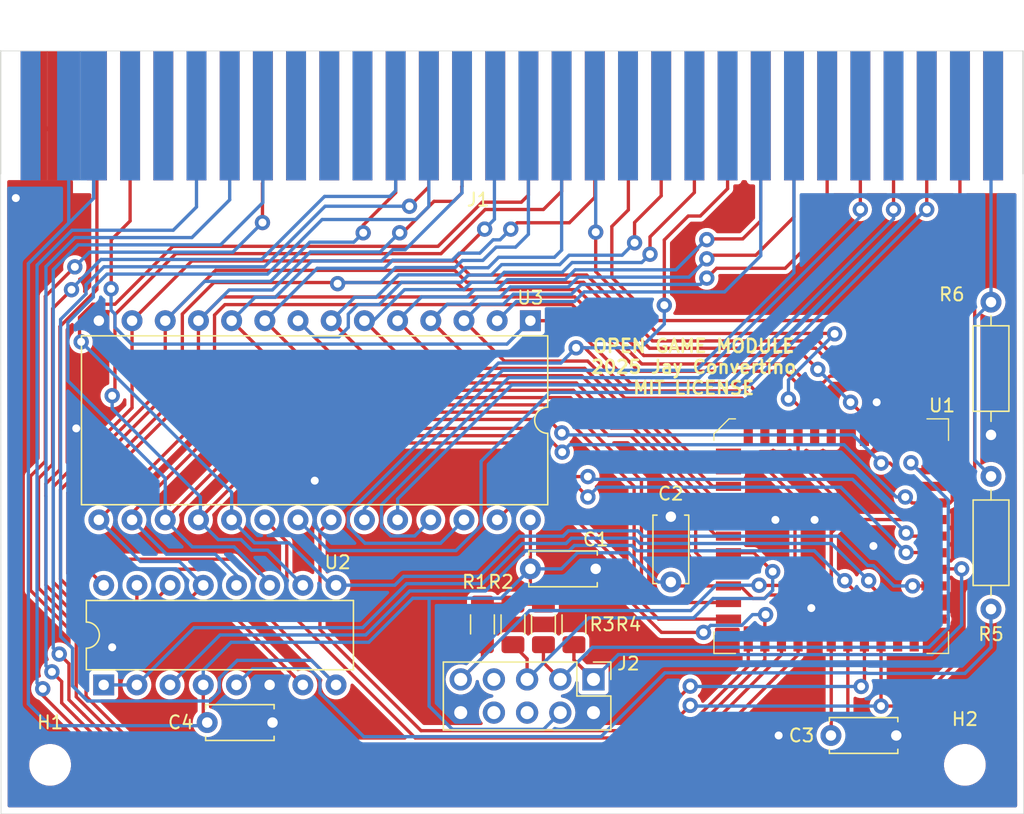
<source format=kicad_pcb>
(kicad_pcb (version 20240108) (generator "pcbnew") (generator_version "8.0")
  (layers (0 "F.Cu" signal) (31 "B.Cu" signal) (34 "B.Paste" user) (35 "F.Paste" user) (36 "B.SilkS" user "B.Silkscreen") (37 "F.SilkS" user "F.Silkscreen") (38 "B.Mask" user) (39 "F.Mask" user) (44 "Edge.Cuts" user))
  (net 0 "")
  (net 1 "+5V")
  (net 2 "GNDD")
  (net 3 "unconnected-(U1-I{slash}O-Pad29)")
  (net 4 "Net-(J1-Pin_31)")
  (net 5 "/A6")
  (net 6 "/D4")
  (net 7 "/A4")
  (net 9 "/D0")
  (net 10 "/A14")
  (net 11 "/A12")
  (net 13 "/~{WR}")
  (net 14 "/A0")
  (net 15 "/A11")
  (net 21 "/A3")
  (net 22 "/~{CLK}")
  (net 23 "/A15")
  (net 24 "/D1")
  (net 26 "/D2")
  (net 29 "/~{RFSH}")
  (net 30 "/~{IORQ}")
  (net 31 "/~{MREQ}")
  (net 33 "/A5")
  (net 36 "/A8")
  (net 37 "/A9")
  (net 38 "/D6")
  (net 39 "/A10")
  (net 40 "/A1")
  (net 41 "/A13")
  (net 45 "/D3")
  (net 46 "/~{RD}")
  (net 47 "/~{RESET}")
  (net 49 "/D5")
  (net 52 "/D7")
  (net 53 "/A7")
  (net 55 "/A2")
  (net 57 "/TCK")
  (net 59 "/TDO")
  (net 61 "/TDI")
  (net 62 "/TMS")
  (net 64 "Net-(U2-OUT)")
  (net 65 "/AY_AS")
  (net 66 "/~{RAM_OE}")
  (net 67 "/~{RAM_CS}")
  (net 68 "/~{AY_CS}")
  (footprint "Connector_PinHeader_2.54mm:PinHeader_2x05_P2.54mm_Vertical" (layer "F.Cu") (at 137.83 114.71 -90)
    (property "Reference" "J2")
    (property "Value" "Conn_02x05_Odd_Even")
  )
  (footprint "Capacitor_THT:C_Disc_D5.0mm_W2.5mm_P5.00mm" (layer "F.Cu") (at 133 106.25)
    (property "Reference" "C1")
    (property "Value" "100nF")
  )
  (footprint "Resistor_SMD:R_1206_3216Metric_Pad1.30x1.75mm_HandSolder" (layer "F.Cu") (at 131.666668 110.5 90)
    (property "Reference" "R2")
    (property "Value" "1k")
  )
  (footprint "Capacitor_THT:C_Disc_D5.0mm_W2.5mm_P5.00mm" (layer "F.Cu") (at 143.75 107.25625 90)
    (property "Reference" "C2")
    (property "Value" "100nF")
  )
  (footprint "Resistor_SMD:R_1206_3216Metric_Pad1.30x1.75mm_HandSolder" (layer "F.Cu") (at 129.333334 110.5 90)
    (property "Reference" "R1")
    (property "Value" "1k")
  )
  (footprint "Package_DIP:DIP-28_W15.24mm" (layer "F.Cu") (at 133 87.26 -90)
    (property "Reference" "U3")
    (property "Value" "HM62256BLP")
  )
  (footprint "Capacitor_THT:C_Disc_D5.0mm_W2.5mm_P5.00mm" (layer "F.Cu") (at 156 119)
    (property "Reference" "C3")
    (property "Value" "100nF")
  )
  (footprint "Package_DIP:DIP-16_W7.62mm" (layer "F.Cu") (at 100.35 115.13 90)
    (property "Reference" "U2")
    (property "Value" "YMZ284")
  )
  (footprint "Resistor_SMD:R_1206_3216Metric_Pad1.30x1.75mm_HandSolder" (layer "F.Cu") (at 134.000001 110.5 90)
    (property "Reference" "R3")
    (property "Value" "1k")
  )
  (footprint "Connector_PCBEdge_EXT:Colecovision_Expansion_Mate" (layer "F.Cu") (at 129.041 73.473)
    (property "Reference" "J1")
    (property "Value" "Expansion Port")
    (fp_line (start -36.576 2.54) (end -36.576 -6.858) (stroke (width 0.1)) (layer "Edge.Cuts"))
    (fp_line (start 41.656 -6.858) (end -36.576 -6.858) (stroke (width 0.05)) (layer "Edge.Cuts"))
    (fp_line (start 41.656 -6.858) (end 41.656 2.54) (stroke (width 0.1)) (layer "Edge.Cuts"))
  )
  (footprint "MountingHole:MountingHole_2.7mm_M2.5_ISO14580" (layer "F.Cu") (at 96.25 121.25 180)
    (property "Reference" "H1")
    (property "Value" "MountingHole")
  )
  (footprint "Package_LCC:PLCC-44" (layer "F.Cu") (at 156.02375 103.74625)
    (property "Reference" "U1")
    (property "Value" "EPM7064S")
  )
  (footprint "Resistor_SMD:R_1206_3216Metric_Pad1.30x1.75mm_HandSolder" (layer "F.Cu") (at 136.333334 110.5 90)
    (property "Reference" "R4")
    (property "Value" "1k")
  )
  (footprint "Capacitor_THT:C_Disc_D5.0mm_W2.5mm_P5.00mm" (layer "F.Cu") (at 108.27 118.01)
    (property "Reference" "C4")
    (property "Value" "100nF")
  )
  (footprint "Resistor_THT:R_Axial_DIN0207_L6.3mm_D2.5mm_P10.16mm_Horizontal" (layer "F.Cu") (at 168.25 96 90)
    (property "Reference" "R6")
    (property "Value" "4k7")
  )
  (footprint "MountingHole:MountingHole_2.7mm_M2.5_ISO14580" (layer "F.Cu") (at 166.25 121.25 180)
    (property "Reference" "H2")
    (property "Value" "MountingHole")
  )
  (footprint "Resistor_THT:R_Axial_DIN0207_L6.3mm_D2.5mm_P10.16mm_Horizontal" (layer "F.Cu") (at 168.25 99.17 -90)
    (property "Reference" "R5")
    (property "Value" "470R")
  )
  (gr_line (start 170.75 125) (end 170.697 76.013) (stroke (width 0.05)) (layer "Edge.Cuts"))
  (gr_line (start 92.5 125) (end 170.75 125) (stroke (width 0.05)) (layer "Edge.Cuts"))
  (gr_line (start 92.5 125) (end 92.465 76.013) (stroke (width 0.05)) (layer "Edge.Cuts"))
  (gr_text "OPEN GAME MODULE\n2025 Jay Convertino\nMIT LICENSE" (at 145.5 93 0) (layer "F.SilkS") (effects (font (size 1 1) (thickness 0.2) (bold yes)) (justify bottom)))
  (segment (start 150.0271 108.516) (end 150.920841 108.516) (width 0.254) (layer "F.Cu") (net 1))
  (segment (start 143.75 107.25625) (end 144.05 107.55625) (width 0.254) (layer "F.Cu") (net 1))
  (segment (start 133 107.949999) (end 134.000001 108.95) (width 0.254) (layer "F.Cu") (net 1))
  (segment (start 156.02375 103.5) (end 157.0475 102.47625) (width 0.254) (layer "F.Cu") (net 1))
  (segment (start 154.430591 107.00625) (end 156.02375 107.00625) (width 0.254) (layer "F.Cu") (net 1))
  (segment (start 156.02375 118.97625) (end 156 119) (width 0.254) (layer "F.Cu") (net 1))
  (segment (start 156.02375 107.50625) (end 156.02375 100.51375) (width 0.254) (layer "F.Cu") (net 1))
  (segment (start 134.000001 108.95) (end 129.333334 108.95) (width 0.254) (layer "F.Cu") (net 1))
  (segment (start 156.02375 111.60875) (end 156.02375 118.97625) (width 0.254) (layer "F.Cu") (net 1))
  (segment (start 149.06735 107.55625) (end 150.0271 108.516) (width 0.254) (layer "F.Cu") (net 1))
  (segment (start 153.186841 108.25) (end 154.430591 107.00625) (width 0.254) (layer "F.Cu") (net 1))
  (segment (start 156.02375 100.51375) (end 153.48375 97.97375) (width 0.254) (layer "F.Cu") (net 1))
  (segment (start 107.97 115.13) (end 107.97 117.71) (width 0.254) (layer "F.Cu") (net 1))
  (segment (start 156.02375 107.00625) (end 156.02375 103.5) (width 0.254) (layer "F.Cu") (net 1))
  (segment (start 133 102.5) (end 133 106.25) (width 0.254) (layer "F.Cu") (net 1))
  (segment (start 153.48375 97.97375) (end 153.48375 95.88375) (width 0.254) (layer "F.Cu") (net 1))
  (segment (start 156.02375 111.60875) (end 156.02375 107.50625) (width 0.254) (layer "F.Cu") (net 1))
  (segment (start 150.920841 108.516) (end 151.186841 108.25) (width 0.254) (layer "F.Cu") (net 1))
  (segment (start 148.16125 107.55625) (end 149.06735 107.55625) (width 0.254) (layer "F.Cu") (net 1))
  (segment (start 151.186841 108.25) (end 153.186841 108.25) (width 0.254) (layer "F.Cu") (net 1))
  (segment (start 157.0475 102.47625) (end 163.88625 102.47625) (width 0.254) (layer "F.Cu") (net 1))
  (segment (start 156.02375 107.50625) (end 156.02375 107.00625) (width 0.254) (layer "F.Cu") (net 1))
  (segment (start 133 106.25) (end 133 107.949999) (width 0.254) (layer "F.Cu") (net 1))
  (segment (start 144.05 107.55625) (end 148.16125 107.55625) (width 0.254) (layer "F.Cu") (net 1))
  (segment (start 107.97 117.71) (end 108.27 118.01) (width 0.254) (layer "F.Cu") (net 1))
  (segment (start 94.585421 82.886741) (end 95.787162 81.685) (width 0.254) (layer "B.Cu") (net 1))
  (segment (start 130.75 108.5) (end 126.25 108.5) (width 0.254) (layer "B.Cu") (net 1))
  (segment (start 126.5 108.5) (end 124 108.5) (width 0.254) (layer "B.Cu") (net 1))
  (segment (start 134.0082 118.5318) (end 127.0318 118.5318) (width 0.254) (layer "B.Cu") (net 1))
  (segment (start 94.585421 116.585421) (end 94.585421 82.886741) (width 0.254) (layer "B.Cu") (net 1))
  (segment (start 97.672 79.800163) (end 95.787162 81.685) (width 0.254) (layer "B.Cu") (net 1))
  (segment (start 124 108.5) (end 120.6324 111.8676) (width 0.254) (layer "B.Cu") (net 1))
  (segment (start 108.03 118.25) (end 96.25 118.25) (width 0.254) (layer "B.Cu") (net 1))
  (segment (start 142.75625 107.25625) (end 140.5182 105.0182) (width 0.254) (layer "B.Cu") (net 1))
  (segment (start 99.577 77.895162) (end 99.577 71.568) (width 0.254) (layer "B.Cu") (net 1))
  (segment (start 140.5182 105.0182) (end 136.602588 105.0182) (width 0.254) (layer "B.Cu") (net 1))
  (segment (start 97.672 71.568) (end 97.672 79.800163) (width 0.254) (layer "B.Cu") (net 1))
  (segment (start 120.6324 111.8676) (end 110.10103 111.8676) (width 0.254) (layer "B.Cu") (net 1))
  (segment (start 95.787162 81.685) (end 99.577 77.895162) (width 0.254) (layer "B.Cu") (net 1))
  (segment (start 107.97 113.99863) (end 107.97 115.13) (width 0.254) (layer "B.Cu") (net 1))
  (segment (start 96.25 118.25) (end 94.585421 116.585421) (width 0.254) (layer "B.Cu") (net 1))
  (segment (start 135.370788 106.25) (end 133 106.25) (width 0.254) (layer "B.Cu") (net 1))
  (segment (start 127.0318 118.5318) (end 125.25 116.75) (width 0.254) (layer "B.Cu") (net 1))
  (segment (start 125.25 116.75) (end 125.25 108.5) (width 0.254) (layer "B.Cu") (net 1))
  (segment (start 135.29 117.25) (end 134.0082 118.5318) (width 0.254) (layer "B.Cu") (net 1))
  (segment (start 110.10103 111.8676) (end 107.97 113.99863) (width 0.254) (layer "B.Cu") (net 1))
  (segment (start 143.75 107.25625) (end 142.75625 107.25625) (width 0.254) (layer "B.Cu") (net 1))
  (segment (start 136.602588 105.0182) (end 135.370788 106.25) (width 0.254) (layer "B.Cu") (net 1))
  (segment (start 108.27 118.01) (end 108.03 118.25) (width 0.254) (layer "B.Cu") (net 1))
  (segment (start 133 106.25) (end 130.75 108.5) (width 0.254) (layer "B.Cu") (net 1))
  (segment (start 93.625 77.875) (end 94.25 77.25) (width 0.254) (layer "F.Cu") (net 2))
  (segment (start 95.005 76.495) (end 95.005 71.568) (width 0.254) (layer "F.Cu") (net 2))
  (segment (start 94.25 77.25) (end 95.005 76.495) (width 0.254) (layer "F.Cu") (net 2))
  (segment (start 97.037 71.568) (end 94.25 74.355) (width 0.254) (layer "F.Cu") (net 2))
  (segment (start 94.25 74.355) (end 94.25 77.25) (width 0.254) (layer "F.Cu") (net 2))
  (via (at 154.75 102.5) (size 1.1684) (drill 0.6096) (layers "F.Cu" "B.Cu") (net 2))
  (via (at 116.5 99.5) (size 1.1684) (drill 0.6096) (layers "F.Cu" "B.Cu") (net 2))
  (via (at 159.25 104.5) (size 1.1684) (drill 0.6096) (layers "F.Cu" "B.Cu") (net 2))
  (via (at 93.625 77.875) (size 1.1684) (drill 0.6096) (layers "F.Cu" "B.Cu") (net 2))
  (via (at 101 112.25) (size 1.1684) (drill 0.6096) (layers "F.Cu" "B.Cu") (net 2))
  (via (at 154.5 109.25) (size 1.1684) (drill 0.6096) (layers "F.Cu" "B.Cu") (net 2))
  (via (at 159.5 93.5) (size 1.1684) (drill 0.6096) (layers "F.Cu" "B.Cu") (net 2))
  (via (at 152 119) (size 1.1684) (drill 0.6096) (layers "F.Cu" "B.Cu") (net 2))
  (via (at 151.75 102.5) (size 1.1684) (drill 0.6096) (layers "F.Cu" "B.Cu") (net 2))
  (via (at 98.25 95.5) (size 1.1684) (drill 0.6096) (layers "F.Cu" "B.Cu") (net 2))
  (segment (start 163.88625 110.09625) (end 164.79235 110.09625) (width 0.254) (layer "F.Cu") (net 3))
  (segment (start 168.25 99.17) (end 167.0182 97.9382) (width 0.254) (layer "B.Cu") (net 4))
  (segment (start 168.25 85.84) (end 168.25 71.729) (width 0.254) (layer "B.Cu") (net 4))
  (segment (start 167.0182 97.9382) (end 167.0182 87.0718) (width 0.254) (layer "B.Cu") (net 4))
  (segment (start 168.25 71.729) (end 168.411 71.568) (width 0.254) (layer "B.Cu") (net 4))
  (segment (start 167.0182 87.0718) (end 168.25 85.84) (width 0.254) (layer "B.Cu") (net 4))
  (segment (start 146.808813 82.25) (end 150.25 82.25) (width 0.254) (layer "F.Cu") (net 5))
  (segment (start 146.465013 98.66625) (end 148.16125 98.66625) (width 0.254) (layer "F.Cu") (net 5))
  (segment (start 129.0272 90.9072) (end 137.1572 90.9072) (width 0.254) (layer "F.Cu") (net 5))
  (segment (start 140 93.75) (end 141.548763 93.75) (width 0.254) (layer "F.Cu") (net 5))
  (segment (start 141.548763 93.75) (end 146.465013 98.66625) (width 0.254) (layer "F.Cu") (net 5))
  (segment (start 137.1572 90.9072) (end 140 93.75) (width 0.254) (layer "F.Cu") (net 5))
  (segment (start 125.38 87.26) (end 129.0272 90.9072) (width 0.254) (layer "F.Cu") (net 5))
  (segment (start 153.171 79.329) (end 153.171 71.568) (width 0.254) (layer "F.Cu") (net 5))
  (segment (start 146.531675 82.527138) (end 146.808813 82.25) (width 0.254) (layer "F.Cu") (net 5))
  (segment (start 150.25 82.25) (end 153.171 79.329) (width 0.254) (layer "F.Cu") (net 5))
  (via (at 146.5 82.527138) (size 1.1684) (drill 0.6096) (layers "F.Cu" "B.Cu") (net 5))
  (segment (start 146.531675 82.527138) (end 145.133613 83.9252) (width 0.254) (layer "B.Cu") (net 5))
  (segment (start 135.909116 84.6744) (end 131.465076 84.6744) (width 0.254) (layer "B.Cu") (net 5))
  (segment (start 136.658316 83.9252) (end 135.909116 84.6744) (width 0.254) (layer "B.Cu") (net 5))
  (segment (start 130.698276 85.4412) (end 128.948538 85.4412) (width 0.254) (layer "B.Cu") (net 5))
  (segment (start 128.389738 86) (end 126.64 86) (width 0.254) (layer "B.Cu") (net 5))
  (segment (start 145.133613 83.9252) (end 136.658316 83.9252) (width 0.254) (layer "B.Cu") (net 5))
  (segment (start 126.64 86) (end 125.38 87.26) (width 0.254) (layer "B.Cu") (net 5))
  (segment (start 128.948538 85.4412) (end 128.389738 86) (width 0.254) (layer "B.Cu") (net 5))
  (segment (start 131.465076 84.6744) (end 130.698276 85.4412) (width 0.254) (layer "B.Cu") (net 5))
  (segment (start 142.540262 87.25) (end 139.234 83.943738) (width 0.254) (layer "F.Cu") (net 6))
  (segment (start 161.75 100.75) (end 162.20625 101.20625) (width 0.254) (layer "F.Cu") (net 6))
  (segment (start 165.28055 92.28055) (end 160.25 87.25) (width 0.254) (layer "F.Cu") (net 6))
  (segment (start 135.436413 97.310096) (end 133.626317 95.5) (width 0.254) (layer "F.Cu") (net 6))
  (segment (start 133.626317 95.5) (end 109 95.5) (width 0.254) (layer "F.Cu") (net 6))
  (segment (start 140.5 71.597) (end 140.471 71.568) (width 0.254) (layer "F.Cu") (net 6))
  (segment (start 165.10275 101.20625) (end 165.28055 101.02845) (width 0.254) (layer "F.Cu") (net 6))
  (segment (start 160.25 87.25) (end 142.540262 87.25) (width 0.254) (layer "F.Cu") (net 6))
  (segment (start 135.436413 97.316322) (end 135.436413 97.310096) (width 0.254) (layer "F.Cu") (net 6))
  (segment (start 102.52 101.98) (end 102.52 102.5) (width 0.254) (layer "F.Cu") (net 6))
  (segment (start 139.234 83.943738) (end 139.234 80.047159) (width 0.254) (layer "F.Cu") (net 6))
  (segment (start 161.535627 100.75) (end 161.5 100.714373) (width 0.254) (layer "F.Cu") (net 6))
  (segment (start 165.28055 101.02845) (end 165.28055 92.28055) (width 0.254) (layer "F.Cu") (net 6))
  (segment (start 140.5 78.781159) (end 140.5 71.597) (width 0.254) (layer "F.Cu") (net 6))
  (segment (start 109 95.5) (end 102.52 101.98) (width 0.254) (layer "F.Cu") (net 6))
  (segment (start 163.88625 101.20625) (end 165.10275 101.20625) (width 0.254) (layer "F.Cu") (net 6))
  (segment (start 139.234 80.047159) (end 140.5 78.781159) (width 0.254) (layer "F.Cu") (net 6))
  (segment (start 161.75 100.75) (end 161.535627 100.75) (width 0.254) (layer "F.Cu") (net 6))
  (segment (start 162.20625 101.20625) (end 163.88625 101.20625) (width 0.254) (layer "F.Cu") (net 6))
  (via (at 161.690569 100.75) (size 1.1684) (drill 0.6096) (layers "F.Cu" "B.Cu") (net 6))
  (via (at 135.436413 97.316322) (size 1.1684) (drill 0.6096) (layers "F.Cu" "B.Cu") (net 6))
  (segment (start 157 96.75) (end 136.002735 96.75) (width 0.254) (layer "B.Cu") (net 6))
  (segment (start 110.51 107.51) (end 110.51 106.75) (width 0.254) (layer "B.Cu") (net 6))
  (segment (start 136.002735 96.75) (end 135.436413 97.316322) (width 0.254) (layer "B.Cu") (net 6))
  (segment (start 161 100.75) (end 157 96.75) (width 0.254) (layer "B.Cu") (net 6))
  (segment (start 108.8876 105.1276) (end 105.1476 105.1276) (width 0.254) (layer "B.Cu") (net 6))
  (segment (start 105.1476 105.1276) (end 102.52 102.5) (width 0.254) (layer "B.Cu") (net 6))
  (segment (start 110.51 106.75) (end 108.8876 105.1276) (width 0.254) (layer "B.Cu") (net 6))
  (segment (start 161.75 100.75) (end 161 100.75) (width 0.254) (layer "B.Cu") (net 6))
  (segment (start 142.156579 80.843421) (end 145.551 77.449) (width 0.254) (layer "F.Cu") (net 7))
  (segment (start 148.16125 102.47625) (end 147.25515 102.47625) (width 0.254) (layer "F.Cu") (net 7))
  (segment (start 136.5248 92.0248) (end 125.0648 92.0248) (width 0.254) (layer "F.Cu") (net 7))
  (segment (start 139.424531 94.924531) (end 136.5248 92.0248) (width 0.254) (layer "F.Cu") (net 7))
  (segment (start 125.0648 92.0248) (end 120.3 87.26) (width 0.254) (layer "F.Cu") (net 7))
  (segment (start 141.142769 94.924531) (end 139.424531 94.924531) (width 0.254) (layer "F.Cu") (net 7))
  (segment (start 146.76695 100.548712) (end 141.142769 94.924531) (width 0.254) (layer "F.Cu") (net 7))
  (segment (start 146.76695 101.98805) (end 146.76695 100.548712) (width 0.254) (layer "F.Cu") (net 7))
  (segment (start 142.156579 82.172579) (end 142.156579 80.843421) (width 0.254) (layer "F.Cu") (net 7))
  (segment (start 147.25515 102.47625) (end 146.76695 101.98805) (width 0.254) (layer "F.Cu") (net 7))
  (segment (start 145.551 77.449) (end 145.551 71.568) (width 0.254) (layer "F.Cu") (net 7))
  (via (at 142.156579 82.172579) (size 1.1684) (drill 0.6096) (layers "F.Cu" "B.Cu") (net 7))
  (segment (start 141.521558 82.8076) (end 136.195392 82.8076) (width 0.254) (layer "B.Cu") (net 7))
  (segment (start 123.3676 84.8824) (end 120.99 87.26) (width 0.254) (layer "B.Cu") (net 7))
  (segment (start 142.156579 82.172579) (end 141.521558 82.8076) (width 0.254) (layer "B.Cu") (net 7))
  (segment (start 130.23535 84.3236) (end 128.485613 84.3236) (width 0.254) (layer "B.Cu") (net 7))
  (segment (start 136.195392 82.8076) (end 135.446192 83.5568) (width 0.254) (layer "B.Cu") (net 7))
  (segment (start 127.926813 84.8824) (end 123.3676 84.8824) (width 0.254) (layer "B.Cu") (net 7))
  (segment (start 128.485613 84.3236) (end 127.926813 84.8824) (width 0.254) (layer "B.Cu") (net 7))
  (segment (start 120.99 87.26) (end 120.3 87.26) (width 0.254) (layer "B.Cu") (net 7))
  (segment (start 135.446192 83.5568) (end 131.00215 83.5568) (width 0.254) (layer "B.Cu") (net 7))
  (segment (start 131.00215 83.5568) (end 130.23535 84.3236) (width 0.254) (layer "B.Cu") (net 7))
  (segment (start 152.716381 90.569618) (end 141.529356 90.569618) (width 0.254) (layer "F.Cu") (net 9))
  (segment (start 159.5 91.5) (end 155.920841 91.5) (width 0.254) (layer "F.Cu") (net 9))
  (segment (start 125.623683 78.126317) (end 127.123683 78.126317) (width 0.254) (layer "F.Cu") (net 9))
  (segment (start 161.10375 93.10375) (end 159.5 91.5) (width 0.254) (layer "F.Cu") (net 9))
  (segment (start 123 80.532) (end 123.218 80.532) (width 0.254) (layer "F.Cu") (net 9))
  (segment (start 123.218 80.532) (end 125.623683 78.126317) (width 0.254) (layer "F.Cu") (net 9))
  (segment (start 127.75 77) (end 127.771 76.979) (width 0.254) (layer "F.Cu") (net 9))
  (segment (start 98.161479 105.321479) (end 98.161479 100.868521) (width 0.254) (layer "F.Cu") (net 9))
  (segment (start 100.35 107.51) (end 98.161479 105.321479) (width 0.254) (layer "F.Cu") (net 9))
  (segment (start 155.420841 92) (end 154.146763 92) (width 0.254) (layer "F.Cu") (net 9))
  (segment (start 141.529356 90.569618) (end 136.400938 85.4412) (width 0.254) (layer "F.Cu") (net 9))
  (segment (start 136.400938 85.4412) (end 109.4188 85.4412) (width 0.254) (layer "F.Cu") (net 9))
  (segment (start 155.920841 91.5) (end 155.420841 92) (width 0.254) (layer "F.Cu") (net 9))
  (segment (start 127.771 76.979) (end 127.771 71.568) (width 0.254) (layer "F.Cu") (net 9))
  (segment (start 161.10375 95.88375) (end 161.10375 93.10375) (width 0.254) (layer "F.Cu") (net 9))
  (segment (start 109.4188 85.4412) (end 107.6 87.26) (width 0.254) (layer "F.Cu") (net 9))
  (segment (start 127.75 77.5) (end 127.75 77) (width 0.254) (layer "F.Cu") (net 9))
  (segment (start 127.123683 78.126317) (end 127.75 77.5) (width 0.254) (layer "F.Cu") (net 9))
  (segment (start 154.146763 92) (end 152.716381 90.569618) (width 0.254) (layer "F.Cu") (net 9))
  (segment (start 98.161479 100.868521) (end 107.6 91.43) (width 0.254) (layer "F.Cu") (net 9))
  (segment (start 107.6 91.43) (end 107.6 87.26) (width 0.254) (layer "F.Cu") (net 9))
  (via (at 123 80.532) (size 1.1684) (drill 0.6096) (layers "F.Cu" "B.Cu") (net 9))
  (segment (start 109.9494 84.9106) (end 107.6 87.26) (width 0.254) (layer "B.Cu") (net 9))
  (segment (start 121.508426 82) (end 116.161049 82) (width 0.254) (layer "B.Cu") (net 9))
  (segment (start 122.976426 80.532) (end 121.508426 82) (width 0.254) (layer "B.Cu") (net 9))
  (segment (start 113.250449 84.9106) (end 109.9494 84.9106) (width 0.254) (layer "B.Cu") (net 9))
  (segment (start 123 80.532) (end 122.976426 80.532) (width 0.254) (layer "B.Cu") (net 9))
  (segment (start 116.161049 82) (end 113.250449 84.9106) (width 0.254) (layer "B.Cu") (net 9))
  (segment (start 149.654126 92.0736) (end 140.694387 92.0736) (width 0.254) (layer "F.Cu") (net 10))
  (segment (start 100.925596 81.074404) (end 102.371 79.629) (width 0.254) (layer "F.Cu") (net 10))
  (segment (start 102.371 79.629) (end 102.371 71.568) (width 0.254) (layer "F.Cu") (net 10))
  (segment (start 140.694387 92.0736) (end 135.880787 87.26) (width 0.254) (layer "F.Cu") (net 10))
  (segment (start 100.925596 84.808404) (end 100.925596 81.074404) (width 0.254) (layer "F.Cu") (net 10))
  (segment (start 100.9155 84.8185) (end 100.925596 84.808404) (width 0.254) (layer "F.Cu") (net 10))
  (segment (start 152.21375 95.88375) (end 152.21375 94.633224) (width 0.254) (layer "F.Cu") (net 10))
  (segment (start 135.880787 87.26) (end 133 87.26) (width 0.254) (layer "F.Cu") (net 10))
  (segment (start 152.21375 94.633224) (end 149.654126 92.0736) (width 0.254) (layer "F.Cu") (net 10))
  (via (at 100.9155 84.8185) (size 1.1684) (drill 0.6096) (layers "F.Cu" "B.Cu") (net 10))
  (segment (start 101.2118 86.749771) (end 101.2118 87.770229) (width 0.254) (layer "B.Cu") (net 10))
  (segment (start 101.2118 87.770229) (end 102.492171 89.0506) (width 0.254) (layer "B.Cu") (net 10))
  (segment (start 100.9155 84.8185) (end 100.9155 86.453471) (width 0.254) (layer "B.Cu") (net 10))
  (segment (start 100.9155 86.453471) (end 101.2118 86.749771) (width 0.254) (layer "B.Cu") (net 10))
  (segment (start 102.492171 89.0506) (end 131.2094 89.0506) (width 0.254) (layer "B.Cu") (net 10))
  (segment (start 131.2094 89.0506) (end 133 87.26) (width 0.254) (layer "B.Cu") (net 10))
  (segment (start 150.5 71.699) (end 150.631 71.568) (width 0.254) (layer "B.Cu") (net 11))
  (segment (start 147.862041 85.0588) (end 150.631 82.289841) (width 0.254) (layer "B.Cu") (net 11))
  (segment (start 137.105241 85.0588) (end 147.862041 85.0588) (width 0.254) (layer "B.Cu") (net 11))
  (segment (start 130.46 87.26) (end 131.928 85.792) (width 0.254) (layer "B.Cu") (net 11))
  (segment (start 150.631 82.289841) (end 150.631 71.568) (width 0.254) (layer "B.Cu") (net 11))
  (segment (start 131.928 85.792) (end 136.372041 85.792) (width 0.254) (layer "B.Cu") (net 11))
  (segment (start 136.372041 85.792) (end 137.105241 85.0588) (width 0.254) (layer "B.Cu") (net 11))
  (segment (start 150.94375 111.60875) (end 150.94375 113.21376) (width 0.254) (layer "F.Cu") (net 13))
  (segment (start 131.6918 101.2682) (end 130.46 102.5) (width 0.254) (layer "F.Cu") (net 13))
  (segment (start 150.94375 113.21376) (end 143.84871 120.3088) (width 0.254) (layer "F.Cu") (net 13))
  (segment (start 112.531 76.719) (end 112.531 71.568) (width 0.254) (layer "F.Cu") (net 13))
  (segment (start 146.25 111.11225) (end 143.031725 111.11225) (width 0.254) (layer "F.Cu") (net 13))
  (segment (start 98.25 111.401049) (end 94.75 107.901049) (width 0.254) (layer "F.Cu") (net 13))
  (segment (start 95.8824 85.397392) (end 98.139896 83.139896) (width 0.254) (layer "F.Cu") (net 13))
  (segment (start 94.75 107.901049) (end 94.75 99.150938) (width 0.254) (layer "F.Cu") (net 13))
  (segment (start 150.94375 109.80625) (end 151 109.75) (width 0.254) (layer "F.Cu") (net 13))
  (segment (start 94.75 99.150938) (end 95.8824 98.018538) (width 0.254) (layer "F.Cu") (net 13))
  (segment (start 135.2682 101.2682) (end 131.6918 101.2682) (width 0.254) (layer "F.Cu") (net 13))
  (segment (start 140.3824 106.3824) (end 135.2682 101.2682) (width 0.254) (layer "F.Cu") (net 13))
  (segment (start 143.84871 120.3088) (end 102.518538 120.3088) (width 0.254) (layer "F.Cu") (net 13))
  (segment (start 95.8824 98.018538) (end 95.8824 85.397392) (width 0.254) (layer "F.Cu") (net 13))
  (segment (start 102.518538 120.3088) (end 98.25 116.040262) (width 0.254) (layer "F.Cu") (net 13))
  (segment (start 150.94375 111.60875) (end 150.94375 109.80625) (width 0.254) (layer "F.Cu") (net 13))
  (segment (start 140.3824 108.462925) (end 140.3824 106.3824) (width 0.254) (layer "F.Cu") (net 13))
  (segment (start 143.031725 111.11225) (end 140.3824 108.462925) (width 0.254) (layer "F.Cu") (net 13))
  (segment (start 98.25 116.040262) (end 98.25 111.401049) (width 0.254) (layer "F.Cu") (net 13))
  (segment (start 112.5 76.75) (end 112.531 76.719) (width 0.254) (layer "F.Cu") (net 13))
  (segment (start 112.5 79.75) (end 112.5 76.75) (width 0.254) (layer "F.Cu") (net 13))
  (via (at 151 109.75) (size 1.1684) (drill 0.6096) (layers "F.Cu" "B.Cu") (net 13))
  (via (at 98.139896 83.139896) (size 1.1684) (drill 0.6096) (layers "F.Cu" "B.Cu") (net 13))
  (via (at 112.5 79.75) (size 1.1684) (drill 0.6096) (layers "F.Cu" "B.Cu") (net 13))
  (via (at 146.25 111.11225) (size 1.1684) (drill 0.6096) (layers "F.Cu" "B.Cu") (net 13))
  (segment (start 146.78745 110.5748) (end 149.1752 110.5748) (width 0.254) (layer "B.Cu") (net 13))
  (segment (start 98.139896 83.139896) (end 99.264992 82.0148) (width 0.254) (layer "B.Cu") (net 13))
  (segment (start 110.2352 82.0148) (end 112.5 79.75) (width 0.254) (layer "B.Cu") (net 13))
  (segment (start 146.25 111.11225) (end 146.78745 110.5748) (width 0.254) (layer "B.Cu") (net 13))
  (segment (start 99.264992 82.0148) (end 110.2352 82.0148) (width 0.254) (layer "B.Cu") (net 13))
  (segment (start 150 109.75) (end 151 109.75) (width 0.254) (layer "B.Cu") (net 13))
  (segment (start 149.1752 110.5748) (end 150 109.75) (width 0.254) (layer "B.Cu") (net 13))
  (segment (start 135.26 94.26) (end 117.14 94.26) (width 0.254) (layer "F.Cu") (net 14))
  (segment (start 117.14 94.26) (end 110.14 87.26) (width 0.254) (layer "F.Cu") (net 14))
  (segment (start 140.9412 108.231463) (end 140.9412 99.9412) (width 0.254) (layer "F.Cu") (net 14))
  (segment (start 142.805987 110.09625) (end 140.9412 108.231463) (width 0.254) (layer "F.Cu") (net 14))
  (segment (start 140.9412 99.9412) (end 135.26 94.26) (width 0.254) (layer "F.Cu") (net 14))
  (segment (start 148.16125 110.09625) (end 142.805987 110.09625) (width 0.254) (layer "F.Cu") (net 14))
  (segment (start 122.475088 81.8236) (end 123.4264 81.8236) (width 0.254) (layer "B.Cu") (net 14))
  (segment (start 123.4264 81.8236) (end 127.771 77.479) (width 0.254) (layer "B.Cu") (net 14))
  (segment (start 113.481912 85.4694) (end 113.809249 85.142062) (width 0.254) (layer "B.Cu") (net 14))
  (segment (start 113.809249 85.142062) (end 116.260111 82.6912) (width 0.254) (layer "B.Cu") (net 14))
  (segment (start 116.260111 82.6912) (end 121.607488 82.6912) (width 0.254) (layer "B.Cu") (net 14))
  (segment (start 127.771 77.479) (end 127.771 71.568) (width 0.254) (layer "B.Cu") (net 14))
  (segment (start 121.607488 82.6912) (end 122.475088 81.8236) (width 0.254) (layer "B.Cu") (net 14))
  (segment (start 111.9306 85.4694) (end 113.481912 85.4694) (width 0.254) (layer "B.Cu") (net 14))
  (segment (start 110.14 87.26) (end 111.9306 85.4694) (width 0.254) (layer "B.Cu") (net 14))
  (segment (start 153.171 83.579) (end 145.693069 91.056931) (width 0.254) (layer "B.Cu") (net 15))
  (segment (start 145.693069 91.056931) (end 130.875732 91.056931) (width 0.254) (layer "B.Cu") (net 15))
  (segment (start 120.3 101.632663) (end 120.3 102.5) (width 0.254) (layer "B.Cu") (net 15))
  (segment (start 130.875732 91.056931) (end 120.3 101.632663) (width 0.254) (layer "B.Cu") (net 15))
  (segment (start 153.171 71.568) (end 153.171 83.579) (width 0.254) (layer "B.Cu") (net 15))
  (segment (start 144.3236 98.895624) (end 140.911306 95.483331) (width 0.254) (layer "F.Cu") (net 21))
  (segment (start 139.193068 95.483331) (end 136.293337 92.5836) (width 0.254) (layer "F.Cu") (net 21))
  (segment (start 140.911306 95.483331) (end 139.193068 95.483331) (width 0.254) (layer "F.Cu") (net 21))
  (segment (start 136.293337 92.5836) (end 123.0836 92.5836) (width 0.254) (layer "F.Cu") (net 21))
  (segment (start 146.20815 100.780174) (end 144.3236 98.895624) (width 0.254) (layer "F.Cu") (net 21))
  (segment (start 146.20815 102.69925) (end 146.20815 100.780174) (width 0.254) (layer "F.Cu") (net 21))
  (segment (start 123.0836 92.5836) (end 117.76 87.26) (width 0.254) (layer "F.Cu") (net 21))
  (segment (start 147.25515 103.74625) (end 146.20815 102.69925) (width 0.254) (layer "F.Cu") (net 21))
  (segment (start 148.16125 103.74625) (end 147.25515 103.74625) (width 0.254) (layer "F.Cu") (net 21))
  (segment (start 127.478688 83.75) (end 128.022688 83.206) (width 0.254) (layer "B.Cu") (net 21))
  (segment (start 129.772426 83.206) (end 130.570358 82.408068) (width 0.254) (layer "B.Cu") (net 21))
  (segment (start 122.919474 83.75) (end 127.478688 83.75) (width 0.254) (layer "B.Cu") (net 21))
  (segment (start 135.391 81.859) (end 135.391 71.568) (width 0.254) (layer "B.Cu") (net 21))
  (segment (start 121.200074 85.4694) (end 122.919474 83.75) (width 0.254) (layer "B.Cu") (net 21))
  (segment (start 119.5506 85.4694) (end 121.200074 85.4694) (width 0.254) (layer "B.Cu") (net 21))
  (segment (start 128.022688 83.206) (end 129.772426 83.206) (width 0.254) (layer "B.Cu") (net 21))
  (segment (start 134.841932 82.408068) (end 135.391 81.859) (width 0.254) (layer "B.Cu") (net 21))
  (segment (start 117.76 87.26) (end 119.5506 85.4694) (width 0.254) (layer "B.Cu") (net 21))
  (segment (start 130.570358 82.408068) (end 134.841932 82.408068) (width 0.254) (layer "B.Cu") (net 21))
  (segment (start 97.602679 106.592679) (end 99.7518 108.7418) (width 0.254) (layer "F.Cu") (net 22))
  (segment (start 97.602679 100.427321) (end 97.602679 106.592679) (width 0.254) (layer "F.Cu") (net 22))
  (segment (start 108.77847 84.339501) (end 106.3682 86.749771) (width 0.254) (layer "F.Cu") (net 22))
  (segment (start 136.6324 84.8824) (end 141.674881 89.924881) (width 0.254) (layer "F.Cu") (net 22))
  (segment (start 102.303371 106.2782) (end 108.480229 106.2782) (width 0.254) (layer "F.Cu") (net 22))
  (segment (start 118.25 84.4252) (end 118.335699 84.339501) (width 0.254) (layer "F.Cu") (net 22))
  (segment (start 158.56375 94.56375) (end 158.56375 95.88375) (width 0.254) (layer "F.Cu") (net 22))
  (segment (start 118.164301 84.339501) (end 108.77847 84.339501) (width 0.254) (layer "F.Cu") (net 22))
  (segment (start 99.7518 108.7418) (end 101.0382 108.7418) (width 0.254) (layer "F.Cu") (net 22))
  (segment (start 127.354056 84.339501) (end 127.896955 84.8824) (width 0.254) (layer "F.Cu") (net 22))
  (segment (start 109.23 107.027971) (end 109.23 108.77) (width 0.254) (layer "F.Cu") (net 22))
  (segment (start 157.5 93.5) (end 158.56375 94.56375) (width 0.254) (layer "F.Cu") (net 22))
  (segment (start 153.940881 89.924881) (end 155 90.984) (width 0.254) (layer "F.Cu") (net 22))
  (segment (start 118.335699 84.339501) (end 127.354056 84.339501) (width 0.254) (layer "F.Cu") (net 22))
  (segment (start 118.25 84.4252) (end 118.164301 84.339501) (width 0.254) (layer "F.Cu") (net 22))
  (segment (start 101.5818 106.999771) (end 102.303371 106.2782) (width 0.254) (layer "F.Cu") (net 22))
  (segment (start 109.23 108.77) (end 115.59 115.13) (width 0.254) (layer "F.Cu") (net 22))
  (segment (start 101.0382 108.7418) (end 101.5818 108.1982) (width 0.254) (layer "F.Cu") (net 22))
  (segment (start 127.896955 84.8824) (end 136.6324 84.8824) (width 0.254) (layer "F.Cu") (net 22))
  (segment (start 101.5818 108.1982) (end 101.5818 106.999771) (width 0.254) (layer "F.Cu") (net 22))
  (segment (start 108.480229 106.2782) (end 109.23 107.027971) (width 0.254) (layer "F.Cu") (net 22))
  (segment (start 106.3682 91.6618) (end 97.602679 100.427321) (width 0.254) (layer "F.Cu") (net 22))
  (segment (start 106.3682 86.749771) (end 106.3682 91.6618) (width 0.254) (layer "F.Cu") (net 22))
  (segment (start 141.674881 89.924881) (end 153.940881 89.924881) (width 0.254) (layer "F.Cu") (net 22))
  (via (at 155 90.984) (size 1.1684) (drill 0.6096) (layers "F.Cu" "B.Cu") (net 22))
  (via (at 157.5 93.5) (size 1.1684) (drill 0.6096) (layers "F.Cu" "B.Cu") (net 22))
  (via (at 118.25 84.4252) (size 1.1684) (drill 0.6096) (layers "F.Cu" "B.Cu") (net 22))
  (segment (start 122.688012 83.1912) (end 127.247226 83.1912) (width 0.254) (layer "B.Cu") (net 22))
  (segment (start 118.25 84.4252) (end 118.335699 84.339501) (width 0.254) (layer "B.Cu") (net 22))
  (segment (start 127.247226 83.1912) (end 127.791226 82.6472) (width 0.254) (layer "B.Cu") (net 22))
  (segment (start 129.362145 82.6472) (end 130.379673 81.629672) (width 0.254) (layer "B.Cu") (net 22))
  (segment (start 155.5 91.5) (end 157.5 93.5) (width 0.254) (layer "B.Cu") (net 22))
  (segment (start 118.335699 84.339501) (end 121.539711 84.339501) (width 0.254) (layer "B.Cu") (net 22))
  (segment (start 132.851 80.649) (end 132.851 71.568) (width 0.254) (layer "B.Cu") (net 22))
  (segment (start 130.379673 81.629672) (end 131.870328 81.629672) (width 0.254) (layer "B.Cu") (net 22))
  (segment (start 121.539711 84.339501) (end 122.688012 83.1912) (width 0.254) (layer "B.Cu") (net 22))
  (segment (start 131.870328 81.629672) (end 132.851 80.649) (width 0.254) (layer "B.Cu") (net 22))
  (segment (start 127.791226 82.6472) (end 129.362145 82.6472) (width 0.254) (layer "B.Cu") (net 22))
  (segment (start 155.5 91.484) (end 155.5 91.5) (width 0.254) (layer "B.Cu") (net 22))
  (segment (start 155 90.984) (end 155.5 91.484) (width 0.254) (layer "B.Cu") (net 22))
  (segment (start 152.75 93.25) (end 153 93.25) (width 0.254) (layer "F.Cu") (net 23))
  (segment (start 156.249342 88.234183) (end 142.734183 88.234183) (width 0.254) (layer "F.Cu") (net 23))
  (segment (start 138 83.5) (end 138 80.484) (width 0.254) (layer "F.Cu") (net 23))
  (segment (start 153 93.25) (end 154.75375 95.00375) (width 0.254) (layer "F.Cu") (net 23))
  (segment (start 142.734183 88.234183) (end 138 83.5) (width 0.254) (layer "F.Cu") (net 23))
  (segment (start 156.281159 88.266) (end 156.249342 88.234183) (width 0.254) (layer "F.Cu") (net 23))
  (segment (start 154.75375 95.00375) (end 154.75375 95.88375) (width 0.254) (layer "F.Cu") (net 23))
  (via (at 152.75 93.25) (size 1.1684) (drill 0.6096) (layers "F.Cu" "B.Cu") (net 23))
  (via (at 138 80.484) (size 1.1684) (drill 0.6096) (layers "F.Cu" "B.Cu") (net 23))
  (via (at 156.281159 88.266) (size 1.1684) (drill 0.6096) (layers "F.Cu" "B.Cu") (net 23))
  (segment (start 138 71.637) (end 138 80.5) (width 0.254) (layer "B.Cu") (net 23))
  (segment (start 138 80.5) (end 138 80.484) (width 0.254) (layer "B.Cu") (net 23))
  (segment (start 156.281159 88.266) (end 152.75 91.797159) (width 0.254) (layer "B.Cu") (net 23))
  (segment (start 137.931 71.568) (end 138 71.637) (width 0.254) (layer "B.Cu") (net 23))
  (segment (start 152.75 91.797159) (end 152.75 93.25) (width 0.254) (layer "B.Cu") (net 23))
  (segment (start 155.511641 90.0588) (end 154.818922 89.366081) (width 0.254) (layer "F.Cu") (net 24))
  (segment (start 122.691 77.464724) (end 122.691 71.568) (width 0.254) (layer "F.Cu") (net 24))
  (segment (start 142.11608 89.366081) (end 137.073599 84.3236) (width 0.254) (layer "F.Cu") (net 24))
  (segment (start 97.371216 99.868521) (end 97.043879 100.195858) (width 0.254) (layer "F.Cu") (net 24))
  (segment (start 127.214017 83.4092) (end 108.9108 83.4092) (width 0.254) (layer "F.Cu") (net 24))
  (segment (start 108.9108 83.4092) (end 105.06 87.26) (width 0.254) (layer "F.Cu") (net 24))
  (segment (start 105.06 87.26) (end 105.06 92.179738) (width 0.254) (layer "F.Cu") (net 24))
  (segment (start 128.128417 84.3236) (end 127.214017 83.4092) (width 0.254) (layer "F.Cu") (net 24))
  (segment (start 102.4794 109.3006) (end 102.89 108.89) (width 0.254) (layer "F.Cu") (net 24))
  (segment (start 120.208233 80.532) (end 120.208233 79.947491) (width 0.254) (layer "F.Cu") (net 24))
  (segment (start 154.818922 89.366081) (end 142.11608 89.366081) (width 0.254) (layer "F.Cu") (net 24))
  (segment (start 97.371217 99.868521) (end 97.371216 99.868521) (width 0.254) (layer "F.Cu") (net 24))
  (segment (start 162.37375 93.583487) (end 158.849063 90.0588) (width 0.254) (layer "F.Cu") (net 24))
  (segment (start 120.208233 79.947491) (end 122.691 77.464724) (width 0.254) (layer "F.Cu") (net 24))
  (segment (start 99.3106 109.3006) (end 102.4794 109.3006) (width 0.254) (layer "F.Cu") (net 24))
  (segment (start 97.043879 100.195858) (end 97.043879 107.033879) (width 0.254) (layer "F.Cu") (net 24))
  (segment (start 97.043879 107.033879) (end 99.3106 109.3006) (width 0.254) (layer "F.Cu") (net 24))
  (segment (start 162.37375 95.88375) (end 162.37375 93.583487) (width 0.254) (layer "F.Cu") (net 24))
  (segment (start 105.06 92.179738) (end 97.371217 99.868521) (width 0.254) (layer "F.Cu") (net 24))
  (segment (start 137.073599 84.3236) (end 128.128417 84.3236) (width 0.254) (layer "F.Cu") (net 24))
  (segment (start 158.849063 90.0588) (end 155.511641 90.0588) (width 0.254) (layer "F.Cu") (net 24))
  (segment (start 102.89 108.89) (end 102.89 107.51) (width 0.254) (layer "F.Cu") (net 24))
  (via (at 120.208233 80.532) (size 1.1684) (drill 0.6096) (layers "F.Cu" "B.Cu") (net 24))
  (segment (start 113.120787 84.25) (end 108.07 84.25) (width 0.254) (layer "B.Cu") (net 24))
  (segment (start 108.07 84.25) (end 105.06 87.26) (width 0.254) (layer "B.Cu") (net 24))
  (segment (start 116.120787 81.25) (end 113.120787 84.25) (width 0.254) (layer "B.Cu") (net 24))
  (segment (start 119.490233 81.25) (end 116.120787 81.25) (width 0.254) (layer "B.Cu") (net 24))
  (segment (start 120.208233 80.532) (end 119.490233 81.25) (width 0.254) (layer "B.Cu") (net 24))
  (segment (start 163.88625 94.305724) (end 163.88625 97.39625) (width 0.254) (layer "F.Cu") (net 26))
  (segment (start 142.347543 88.807281) (end 155.050384 88.807281) (width 0.254) (layer "F.Cu") (net 26))
  (segment (start 159.080526 89.5) (end 163.88625 94.305724) (width 0.254) (layer "F.Cu") (net 26))
  (segment (start 102.52 93.929476) (end 100.50952 95.939955) (width 0.254) (layer "F.Cu") (net 26))
  (segment (start 96.485079 99.964396) (end 96.485079 107.265341) (width 0.254) (layer "F.Cu") (net 26))
  (segment (start 155.743103 89.5) (end 159.080526 89.5) (width 0.254) (layer "F.Cu") (net 26))
  (segment (start 102.52 87.26) (end 102.52 93.929476) (width 0.254) (layer "F.Cu") (net 26))
  (segment (start 127.063187 82.686813) (end 127.281892 82.686813) (width 0.254) (layer "F.Cu") (net 26))
  (segment (start 107.093187 82.686813) (end 102.52 87.26) (width 0.254) (layer "F.Cu") (net 26))
  (segment (start 100.50952 95.939955) (end 96.485079 99.964396) (width 0.254) (layer "F.Cu") (net 26))
  (segment (start 163.88625 97.39625) (end 164.60375 97.39625) (width 0.254) (layer "F.Cu") (net 26))
  (segment (start 127.063187 82.686813) (end 107.093187 82.686813) (width 0.254) (layer "F.Cu") (net 26))
  (segment (start 99.229738 110.01) (end 102.93 110.01) (width 0.254) (layer "F.Cu") (net 26))
  (segment (start 127.281892 82.686813) (end 128.359879 83.7648) (width 0.254) (layer "F.Cu") (net 26))
  (segment (start 129.5 80.25) (end 127.063187 82.686813) (width 0.254) (layer "F.Cu") (net 26))
  (segment (start 96.485079 107.265341) (end 99.229738 110.01) (width 0.254) (layer "F.Cu") (net 26))
  (segment (start 137.305062 83.7648) (end 142.347543 88.807281) (width 0.254) (layer "F.Cu") (net 26))
  (segment (start 128.359879 83.7648) (end 137.305062 83.7648) (width 0.254) (layer "F.Cu") (net 26))
  (segment (start 155.050384 88.807281) (end 155.743103 89.5) (width 0.254) (layer "F.Cu") (net 26))
  (segment (start 102.93 110.01) (end 105.43 107.51) (width 0.254) (layer "F.Cu") (net 26))
  (via (at 129.5 80.25) (size 1.1684) (drill 0.6096) (layers "F.Cu" "B.Cu") (net 26))
  (segment (start 129.5 80.25) (end 130.25 79.5) (width 0.254) (layer "B.Cu") (net 26))
  (segment (start 130.25 71.629) (end 130.311 71.568) (width 0.254) (layer "B.Cu") (net 26))
  (segment (start 130.25 79.5) (end 130.25 71.629) (width 0.254) (layer "B.Cu") (net 26))
  (segment (start 149.67375 111.60875) (end 149.67375 113.693497) (width 0.254) (layer "F.Cu") (net 29))
  (segment (start 143.617247 119.75) (end 102.75 119.75) (width 0.254) (layer "F.Cu") (net 29))
  (segment (start 95.362137 99.329063) (end 96.4412 98.25) (width 0.254) (layer "F.Cu") (net 29))
  (segment (start 96.4412 86.331696) (end 97.886448 84.886448) (width 0.254) (layer "F.Cu") (net 29))
  (segment (start 99 111.360787) (end 95.362137 107.722924) (width 0.254) (layer "F.Cu") (net 29))
  (segment (start 96.4412 98.25) (end 96.4412 86.331696) (width 0.254) (layer "F.Cu") (net 29))
  (segment (start 149.67375 113.693497) (end 143.617247 119.75) (width 0.254) (layer "F.Cu") (net 29))
  (segment (start 102.75 119.75) (end 99 116) (width 0.254) (layer "F.Cu") (net 29))
  (segment (start 95.362137 107.722924) (end 95.362137 99.329063) (width 0.254) (layer "F.Cu") (net 29))
  (segment (start 99 116) (end 99 111.360787) (width 0.254) (layer "F.Cu") (net 29))
  (via (at 97.886448 84.886448) (size 1.1684) (drill 0.6096) (layers "F.Cu" "B.Cu") (net 29))
  (segment (start 100.143034 82.5736) (end 112.4264 82.5736) (width 0.254) (layer "B.Cu") (net 29))
  (segment (start 122.25 77.75) (end 122.691 77.309) (width 0.254) (layer "B.Cu") (net 29))
  (segment (start 112.4264 82.5736) (end 117.25 77.75) (width 0.254) (layer "B.Cu") (net 29))
  (segment (start 97.886448 84.886448) (end 97.886448 84.830186) (width 0.254) (layer "B.Cu") (net 29))
  (segment (start 122.691 77.309) (end 122.691 71.568) (width 0.254) (layer "B.Cu") (net 29))
  (segment (start 97.886448 84.830186) (end 100.143034 82.5736) (width 0.254) (layer "B.Cu") (net 29))
  (segment (start 117.25 77.75) (end 122.25 77.75) (width 0.254) (layer "B.Cu") (net 29))
  (segment (start 101.7352 121.9852) (end 95.687054 115.937054) (width 0.254) (layer "F.Cu") (net 30))
  (segment (start 95.687054 115.937054) (end 95.687054 115.426636) (width 0.254) (layer "F.Cu") (net 30))
  (segment (start 157.29375 111.60875) (end 157.29375 119.448279) (width 0.254) (layer "F.Cu") (net 30))
  (segment (start 154.756829 121.9852) (end 101.7352 121.9852) (width 0.254) (layer "F.Cu") (net 30))
  (segment (start 157.29375 119.448279) (end 154.756829 121.9852) (width 0.254) (layer "F.Cu") (net 30))
  (via (at 95.687054 115.426636) (size 1.1684) (drill 0.6096) (layers "F.Cu" "B.Cu") (net 30))
  (segment (start 107.451 78.557738) (end 107.451 71.568) (width 0.254) (layer "B.Cu") (net 30))
  (segment (start 97.512426 80.75) (end 97.924026 80.3384) (width 0.254) (layer "B.Cu") (net 30))
  (segment (start 97.924026 80.3384) (end 105.670338 80.3384) (width 0.254) (layer "B.Cu") (net 30))
  (segment (start 95.25 114.989582) (end 95.25 83.012425) (width 0.254) (layer "B.Cu") (net 30))
  (segment (start 95.687054 115.426636) (end 95.25 114.989582) (width 0.254) (layer "B.Cu") (net 30))
  (segment (start 105.670338 80.3384) (end 107.451 78.557738) (width 0.254) (layer "B.Cu") (net 30))
  (segment (start 95.25 83.012425) (end 97.512426 80.75) (width 0.254) (layer "B.Cu") (net 30))
  (segment (start 144.8826 121.4264) (end 102.055611 121.4264) (width 0.254) (layer "F.Cu") (net 31))
  (segment (start 97.1324 116.503188) (end 97.1324 114.874449) (width 0.254) (layer "F.Cu") (net 31))
  (segment (start 102.055611 121.4264) (end 98.275938 117.646727) (width 0.254) (layer "F.Cu") (net 31))
  (segment (start 98.275938 117.646726) (end 97.1324 116.503188) (width 0.254) (layer "F.Cu") (net 31))
  (segment (start 98.275938 117.646727) (end 98.275938 117.646726) (width 0.254) (layer "F.Cu") (net 31))
  (segment (start 97.1324 114.874449) (end 96.3898 114.131849) (width 0.254) (layer "F.Cu") (net 31))
  (segment (start 153.48375 112.82525) (end 144.8826 121.4264) (width 0.254) (layer "F.Cu") (net 31))
  (segment (start 153.48375 111.60875) (end 153.48375 112.82525) (width 0.254) (layer "F.Cu") (net 31))
  (via (at 96.3898 114.131849) (size 1.1684) (drill 0.6096) (layers "F.Cu" "B.Cu") (net 31))
  (segment (start 107.1028 80.8972) (end 109.991 78.009) (width 0.254) (layer "B.Cu") (net 31))
  (segment (start 109.991 78.009) (end 109.991 71.568) (width 0.254) (layer "B.Cu") (net 31))
  (segment (start 98.155488 80.8972) (end 107.1028 80.8972) (width 0.254) (layer "B.Cu") (net 31))
  (segment (start 95.9326 113.674649) (end 95.9326 83.120088) (width 0.254) (layer "B.Cu") (net 31))
  (segment (start 96.3898 114.131849) (end 95.9326 113.674649) (width 0.254) (layer "B.Cu") (net 31))
  (segment (start 95.9326 83.120088) (end 98.155488 80.8972) (width 0.254) (layer "B.Cu") (net 31))
  (segment (start 127.046 91.466) (end 122.84 87.26) (width 0.254) (layer "F.Cu") (net 33))
  (segment (start 150.631 79.619) (end 150.631 71.568) (width 0.254) (layer "F.Cu") (net 33))
  (segment (start 146.549537 81) (end 149.25 81) (width 0.254) (layer "F.Cu") (net 33))
  (segment (start 146.495149 81.054388) (end 146.549537 81) (width 0.254) (layer "F.Cu") (net 33))
  (segment (start 146.94475 99.93625) (end 141.3173 94.3088) (width 0.254) (layer "F.Cu") (net 33))
  (segment (start 136.925738 91.466) (end 127.046 91.466) (width 0.254) (layer "F.Cu") (net 33))
  (segment (start 141.3173 94.3088) (end 139.768538 94.3088) (width 0.254) (layer "F.Cu") (net 33))
  (segment (start 139.768538 94.3088) (end 136.925738 91.466) (width 0.254) (layer "F.Cu") (net 33))
  (segment (start 149.25 81) (end 150.631 79.619) (width 0.254) (layer "F.Cu") (net 33))
  (segment (start 148.16125 99.93625) (end 146.94475 99.93625) (width 0.254) (layer "F.Cu") (net 33))
  (via (at 146.5 81.054388) (size 1.1684) (drill 0.6096) (layers "F.Cu" "B.Cu") (net 33))
  (segment (start 130.466813 84.8824) (end 128.717076 84.8824) (width 0.254) (layer "B.Cu") (net 33))
  (segment (start 124.6588 85.4412) (end 122.84 87.26) (width 0.254) (layer "B.Cu") (net 33))
  (segment (start 146.445612 81.054388) (end 144.1336 83.3664) (width 0.254) (layer "B.Cu") (net 33))
  (segment (start 146.495149 81.054388) (end 146.445612 81.054388) (width 0.254) (layer "B.Cu") (net 33))
  (segment (start 131.233613 84.1156) (end 130.466813 84.8824) (width 0.254) (layer "B.Cu") (net 33))
  (segment (start 136.426854 83.3664) (end 135.677654 84.1156) (width 0.254) (layer "B.Cu") (net 33))
  (segment (start 128.158276 85.4412) (end 124.6588 85.4412) (width 0.254) (layer "B.Cu") (net 33))
  (segment (start 144.1336 83.3664) (end 136.426854 83.3664) (width 0.254) (layer "B.Cu") (net 33))
  (segment (start 128.717076 84.8824) (end 128.158276 85.4412) (width 0.254) (layer "B.Cu") (net 33))
  (segment (start 135.677654 84.1156) (end 131.233613 84.1156) (width 0.254) (layer "B.Cu") (net 33))
  (segment (start 158.251 78.75) (end 158.251 71.568) (width 0.254) (layer "F.Cu") (net 36))
  (via (at 158.251 78.75) (size 1.1684) (drill 0.6096) (layers "F.Cu" "B.Cu") (net 36))
  (segment (start 158.251 78.75) (end 158.251 79.289262) (width 0.254) (layer "B.Cu") (net 36))
  (segment (start 122.329771 103.7318) (end 124.1482 103.7318) (width 0.254) (layer "B.Cu") (net 36))
  (segment (start 158.251 79.289262) (end 145.924531 91.615731) (width 0.254) (layer "B.Cu") (net 36))
  (segment (start 124.1482 103.7318) (end 125.38 102.5) (width 0.254) (layer "B.Cu") (net 36))
  (segment (start 121.6082 103.010229) (end 122.329771 103.7318) (width 0.254) (layer "B.Cu") (net 36))
  (segment (start 131.344006 91.615731) (end 121.6082 101.351537) (width 0.254) (layer "B.Cu") (net 36))
  (segment (start 145.924531 91.615731) (end 131.344006 91.615731) (width 0.254) (layer "B.Cu") (net 36))
  (segment (start 121.6082 101.351537) (end 121.6082 103.010229) (width 0.254) (layer "B.Cu") (net 36))
  (segment (start 160.791 78.75) (end 160.791 71.568) (width 0.254) (layer "F.Cu") (net 37))
  (via (at 160.791 78.75) (size 1.1684) (drill 0.6096) (layers "F.Cu" "B.Cu") (net 37))
  (segment (start 160.791 78.75) (end 160.791 79.459) (width 0.254) (layer "B.Cu") (net 37))
  (segment (start 160.791 79.459) (end 148.075469 92.174531) (width 0.254) (layer "B.Cu") (net 37))
  (segment (start 148.075469 92.174531) (end 131.575469 92.174531) (width 0.254) (layer "B.Cu") (net 37))
  (segment (start 122.84 100.91) (end 122.84 102.5) (width 0.254) (layer "B.Cu") (net 37))
  (segment (start 131.575469 92.174531) (end 122.84 100.91) (width 0.254) (layer "B.Cu") (net 37))
  (segment (start 136.400584 99.75) (end 135.25 99.75) (width 0.254) (layer "F.Cu") (net 38))
  (segment (start 129.540263 78.75) (end 134 78.75) (width 0.254) (layer "F.Cu") (net 38))
  (segment (start 126.16225 82.128013) (end 129.540263 78.75) (width 0.254) (layer "F.Cu") (net 38))
  (segment (start 163.87 105) (end 163.88625 105.01625) (width 0.254) (layer "F.Cu") (net 38))
  (segment (start 161.75 105) (end 163.87 105) (width 0.254) (layer "F.Cu") (net 38))
  (segment (start 113.4824 96.6176) (end 107.6 102.5) (width 0.254) (layer "F.Cu") (net 38))
  (segment (start 132.1176 96.6176) (end 113.4824 96.6176) (width 0.254) (layer "F.Cu") (net 38))
  (segment (start 134 78.75) (end 135.391 77.359) (width 0.254) (layer "F.Cu") (net 38))
  (segment (start 101 93) (end 101.2118 92.7882) (width 0.254) (layer "F.Cu") (net 38))
  (segment (start 137.400584 100.75) (end 136.400584 99.75) (width 0.254) (layer "F.Cu") (net 38))
  (segment (start 105.871987 82.128013) (end 126.16225 82.128013) (width 0.254) (layer "F.Cu") (net 38))
  (segment (start 101.2118 92.7882) (end 101.2118 86.7882) (width 0.254) (layer "F.Cu") (net 38))
  (segment (start 135.25 99.75) (end 132.1176 96.6176) (width 0.254) (layer "F.Cu") (net 38))
  (segment (start 101.2118 86.7882) (end 105.871987 82.128013) (width 0.254) (layer "F.Cu") (net 38))
  (segment (start 135.391 77.359) (end 135.391 71.568) (width 0.254) (layer "F.Cu") (net 38))
  (via (at 101 93) (size 1.1684) (drill 0.6096) (layers "F.Cu" "B.Cu") (net 38))
  (via (at 137.400584 100.75) (size 1.1684) (drill 0.6096) (layers "F.Cu" "B.Cu") (net 38))
  (via (at 161.75 105) (size 1.1684) (drill 0.6096) (layers "F.Cu" "B.Cu") (net 38))
  (segment (start 101 93) (end 101 94) (width 0.254) (layer "B.Cu") (net 38))
  (segment (start 107.75 102.35) (end 107.6 102.5) (width 0.254) (layer "B.Cu") (net 38))
  (segment (start 138.150584 100) (end 156.75 100) (width 0.254) (layer "B.Cu") (net 38))
  (segment (start 156.75 100) (end 161.75 105) (width 0.254) (layer "B.Cu") (net 38))
  (segment (start 137.400584 100.75) (end 138.150584 100) (width 0.254) (layer "B.Cu") (net 38))
  (segment (start 115.59 107.51) (end 112.8988 104.8188) (width 0.254) (layer "B.Cu") (net 38))
  (segment (start 111.668537 104.8188) (end 110.859737 104.01) (width 0.254) (layer "B.Cu") (net 38))
  (segment (start 109.11 104.01) (end 107.6 102.5) (width 0.254) (layer "B.Cu") (net 38))
  (segment (start 110.859737 104.01) (end 109.11 104.01) (width 0.254) (layer "B.Cu") (net 38))
  (segment (start 101 94) (end 107.75 100.75) (width 0.254) (layer "B.Cu") (net 38))
  (segment (start 112.8988 104.8188) (end 111.668537 104.8188) (width 0.254) (layer "B.Cu") (net 38))
  (segment (start 107.75 100.75) (end 107.75 102.35) (width 0.254) (layer "B.Cu") (net 38))
  (segment (start 163.331 78.75) (end 163.331 71.568) (width 0.254) (layer "F.Cu") (net 39))
  (via (at 163.331 78.75) (size 1.1684) (drill 0.6096) (layers "F.Cu" "B.Cu") (net 39))
  (segment (start 127.312629 104.8494) (end 117.5694 104.8494) (width 0.254) (layer "B.Cu") (net 39))
  (segment (start 163.25 78.75) (end 149.25 92.75) (width 0.254) (layer "B.Cu") (net 39))
  (segment (start 129.2282 102.933829) (end 127.312629 104.8494) (width 0.254) (layer "B.Cu") (net 39))
  (segment (start 117.5694 104.8494) (end 115.22 102.5) (width 0.254) (layer "B.Cu") (net 39))
  (segment (start 149.25 92.75) (end 134.5 92.75) (width 0.254) (layer "B.Cu") (net 39))
  (segment (start 163.331 78.75) (end 163.25 78.75) (width 0.254) (layer "B.Cu") (net 39))
  (segment (start 134.5 92.75) (end 129.2282 98.0218) (width 0.254) (layer "B.Cu") (net 39))
  (segment (start 129.2282 98.0218) (end 129.2282 102.933829) (width 0.254) (layer "B.Cu") (net 39))
  (segment (start 135.7012 93.7012) (end 119.1212 93.7012) (width 0.254) (layer "F.Cu") (net 40))
  (segment (start 119.1212 93.7012) (end 112.68 87.26) (width 0.254) (layer "F.Cu") (net 40))
  (segment (start 131.5 80.25) (end 131.984 79.766) (width 0.254) (layer "F.Cu") (net 40))
  (segment (start 142.32625 108.82625) (end 141.5 108) (width 0.254) (layer "F.Cu") (net 40))
  (segment (start 141.5 108) (end 141.5 99.5) (width 0.254) (layer "F.Cu") (net 40))
  (segment (start 135.984 79.766) (end 137.931 77.819) (width 0.254) (layer "F.Cu") (net 40))
  (segment (start 141.5 99.5) (end 135.7012 93.7012) (width 0.254) (layer "F.Cu") (net 40))
  (segment (start 148.16125 108.82625) (end 142.32625 108.82625) (width 0.254) (layer "F.Cu") (net 40))
  (segment (start 131.984 79.766) (end 135.984 79.766) (width 0.254) (layer "F.Cu") (net 40))
  (segment (start 137.931 77.819) (end 137.931 71.568) (width 0.254) (layer "F.Cu") (net 40))
  (via (at 131.5 80.25) (size 1.1684) (drill 0.6096) (layers "F.Cu" "B.Cu") (net 40))
  (segment (start 116.69 83.25) (end 112.68 87.26) (width 0.254) (layer "B.Cu") (net 40))
  (segment (start 130.148211 81.070872) (end 129.130683 82.0884) (width 0.254) (layer "B.Cu") (net 40))
  (segment (start 121.83895 83.25) (end 116.69 83.25) (width 0.254) (layer "B.Cu") (net 40))
  (segment (start 130.679128 81.070872) (end 130.148211 81.070872) (width 0.254) (layer "B.Cu") (net 40))
  (segment (start 129.130683 82.0884) (end 127.559763 82.0884) (width 0.254) (layer "B.Cu") (net 40))
  (segment (start 127.015763 82.6324) (end 122.45655 82.6324) (width 0.254) (layer "B.Cu") (net 40))
  (segment (start 131.5 80.25) (end 130.679128 81.070872) (width 0.254) (layer "B.Cu") (net 40))
  (segment (start 122.45655 82.6324) (end 121.83895 83.25) (width 0.254) (layer "B.Cu") (net 40))
  (segment (start 127.559763 82.0884) (end 127.015763 82.6324) (width 0.254) (layer "B.Cu") (net 40))
  (segment (start 146 79.25) (end 148.091 77.159) (width 0.254) (layer "F.Cu") (net 41))
  (segment (start 149.422663 92.6324) (end 150.94375 94.153487) (width 0.254) (layer "F.Cu") (net 41))
  (segment (start 143.25 81.079159) (end 145.079159 79.25) (width 0.254) (layer "F.Cu") (net 41))
  (segment (start 148.091 77.159) (end 148.091 71.568) (width 0.254) (layer "F.Cu") (net 41))
  (segment (start 136.5 89.332401) (end 137.162926 89.332401) (width 0.254) (layer "F.Cu") (net 41))
  (segment (start 143.25 86.0748) (end 143.25 81.079159) (width 0.254) (layer "F.Cu") (net 41))
  (segment (start 150.94375 94.153487) (end 150.94375 95.88375) (width 0.254) (layer "F.Cu") (net 41))
  (segment (start 137.162926 89.332401) (end 140.462925 92.6324) (width 0.254) (layer "F.Cu") (net 41))
  (segment (start 140.462925 92.6324) (end 149.422663 92.6324) (width 0.254) (layer "F.Cu") (net 41))
  (segment (start 145.079159 79.25) (end 146 79.25) (width 0.254) (layer "F.Cu") (net 41))
  (via (at 136.5 89.332401) (size 1.1684) (drill 0.6096) (layers "F.Cu" "B.Cu") (net 41))
  (via (at 143.25 86.0748) (size 1.1684) (drill 0.6096) (layers "F.Cu" "B.Cu") (net 41))
  (segment (start 120.348571 104.2906) (end 126.1294 104.2906) (width 0.254) (layer "B.Cu") (net 41))
  (segment (start 130.55984 90.498131) (end 119.0682 101.989771) (width 0.254) (layer "B.Cu") (net 41))
  (segment (start 136.5 89.332401) (end 141.433599 89.332401) (width 0.254) (layer "B.Cu") (net 41))
  (segment (start 119.0682 101.989771) (end 119.0682 103.010229) (width 0.254) (layer "B.Cu") (net 41))
  (segment (start 141.433599 89.332401) (end 143.25 87.516) (width 0.254) (layer "B.Cu") (net 41))
  (segment (start 119.0682 103.010229) (end 120.348571 104.2906) (width 0.254) (layer "B.Cu") (net 41))
  (segment (start 143.25 87.516) (end 143.25 86.0748) (width 0.254) (layer "B.Cu") (net 41))
  (segment (start 135.33427 90.498131) (end 130.55984 90.498131) (width 0.254) (layer "B.Cu") (net 41))
  (segment (start 126.1294 104.2906) (end 127.92 102.5) (width 0.254) (layer "B.Cu") (net 41))
  (segment (start 136.5 89.332401) (end 135.33427 90.498131) (width 0.254) (layer "B.Cu") (net 41))
  (segment (start 97 98.659213) (end 97 87.707709) (width 0.254) (layer "F.Cu") (net 45))
  (segment (start 95.920937 99.738276) (end 97 98.659213) (width 0.254) (layer "F.Cu") (net 45))
  (segment (start 95.926279 100.669467) (end 95.920937 100.664125) (width 0.254) (layer "F.Cu") (net 45))
  (segment (start 162.300587 99.93625) (end 163.88625 99.93625) (width 0.254) (layer "F.Cu") (net 45))
  (segment (start 159.843421 98.156579) (end 160.520916 98.156579) (width 0.254) (layer "F.Cu") (net 45))
  (segment (start 160.520916 98.156579) (end 162.300587 99.93625) (width 0.254) (layer "F.Cu") (net 45))
  (segment (start 134.381958 94.8188) (end 107.6612 94.8188) (width 0.254) (layer "F.Cu") (net 45))
  (segment (start 99.831 84.876709) (end 99.831 71.568) (width 0.254) (layer "F.Cu") (net 45))
  (segment (start 135.406579 95.843421) (end 134.381958 94.8188) (width 0.254) (layer "F.Cu") (net 45))
  (segment (start 97 87.707709) (end 99.831 84.876709) (width 0.254) (layer "F.Cu") (net 45))
  (segment (start 104.9112 110.5688) (end 98.998275 110.5688) (width 0.254) (layer "F.Cu") (net 45))
  (segment (start 95.926279 107.496804) (end 95.926279 100.669467) (width 0.254) (layer "F.Cu") (net 45))
  (segment (start 95.920937 100.664125) (end 95.920937 99.738276) (width 0.254) (layer "F.Cu") (net 45))
  (segment (start 107.97 107.51) (end 104.9112 110.5688) (width 0.254) (layer "F.Cu") (net 45))
  (segment (start 98.998275 110.5688) (end 95.926279 107.496804) (width 0.254) (layer "F.Cu") (net 45))
  (segment (start 107.6612 94.8188) (end 99.98 102.5) (width 0.254) (layer "F.Cu") (net 45))
  (via (at 135.406579 95.843421) (size 1.1684) (drill 0.6096) (layers "F.Cu" "B.Cu") (net 45))
  (via (at 159.843421 98.156579) (size 1.1684) (drill 0.6096) (layers "F.Cu" "B.Cu") (net 45))
  (segment (start 106.1464 105.6864) (end 103.1664 105.6864) (width 0.254) (layer "B.Cu") (net 45))
  (segment (start 159.635609 97.948767) (end 159.843421 98.156579) (width 0.254) (layer "B.Cu") (net 45))
  (segment (start 135.563158 96) (end 135.406579 95.843421) (width 0.254) (layer "B.Cu") (net 45))
  (segment (start 107.97 107.51) (end 106.1464 105.6864) (width 0.254) (layer "B.Cu") (net 45))
  (segment (start 103.1664 105.6864) (end 99.98 102.5) (width 0.254) (layer "B.Cu") (net 45))
  (segment (start 157.686842 96) (end 135.563158 96) (width 0.254) (layer "B.Cu") (net 45))
  (segment (start 159.843421 98.156579) (end 157.686842 96) (width 0.254) (layer "B.Cu") (net 45))
  (segment (start 159.635609 97.885609) (end 159.635609 97.948767) (width 0.254) (layer "B.Cu") (net 45))
  (segment (start 98.834738 117.415262) (end 98.834737 117.415262) (width 0.254) (layer "F.Cu") (net 46))
  (segment (start 152.21375 111.60875) (end 152.21375 112.82525) (width 0.254) (layer "F.Cu") (net 46))
  (segment (start 97.6912 116.271725) (end 97.6912 113.511343) (width 0.254) (layer "F.Cu") (net 46))
  (segment (start 98.834737 117.415262) (end 97.6912 116.271725) (width 0.254) (layer "F.Cu") (net 46))
  (segment (start 97.6912 113.511343) (end 96.9486 112.768743) (width 0.254) (layer "F.Cu") (net 46))
  (segment (start 152.21375 112.82525) (end 144.1714 120.8676) (width 0.254) (layer "F.Cu") (net 46))
  (segment (start 144.1714 120.8676) (end 102.287076 120.8676) (width 0.254) (layer "F.Cu") (net 46))
  (segment (start 102.287076 120.8676) (end 98.834738 117.415262) (width 0.254) (layer "F.Cu") (net 46))
  (via (at 96.9486 112.768743) (size 1.1684) (drill 0.6096) (layers "F.Cu" "B.Cu") (net 46))
  (segment (start 96.4914 112.311543) (end 96.4914 83.351551) (width 0.254) (layer "B.Cu") (net 46))
  (segment (start 112.531 78.219) (end 112.531 71.568) (width 0.254) (layer "B.Cu") (net 46))
  (segment (start 109.294 81.456) (end 112.531 78.219) (width 0.254) (layer "B.Cu") (net 46))
  (segment (start 98.386951 81.456) (end 109.294 81.456) (width 0.254) (layer "B.Cu") (net 46))
  (segment (start 96.4914 83.351551) (end 98.386951 81.456) (width 0.254) (layer "B.Cu") (net 46))
  (segment (start 96.9486 112.768743) (end 96.4914 112.311543) (width 0.254) (layer "B.Cu") (net 46))
  (segment (start 140.970556 90.80108) (end 136.197676 86.0282) (width 0.254) (layer "F.Cu") (net 47))
  (segment (start 108.8318 90.988462) (end 98.720279 101.099983) (width 0.254) (layer "F.Cu") (net 47))
  (segment (start 125.231 77.019) (end 125.231 71.568) (width 0.254) (layer "F.Cu") (net 47))
  (segment (start 156.02375 95.88375) (end 156.02375 94.66725) (width 0.254) (layer "F.Cu") (net 47))
  (segment (start 98.720279 102.982308) (end 101.247971 105.51) (width 0.254) (layer "F.Cu") (net 47))
  (segment (start 111.8182 106.999771) (end 111.8182 108.8182) (width 0.254) (layer "F.Cu") (net 47))
  (segment (start 152.484918 91.128418) (end 141.297893 91.128418) (width 0.254) (layer "F.Cu") (net 47))
  (segment (start 109.629771 86.0282) (end 108.8318 86.826171) (width 0.254) (layer "F.Cu") (net 47))
  (segment (start 141.297893 91.128418) (end 140.970556 90.80108) (width 0.254) (layer "F.Cu") (net 47))
  (segment (start 136.197676 86.0282) (end 109.629771 86.0282) (width 0.254) (layer "F.Cu") (net 47))
  (segment (start 98.720279 101.099983) (end 98.720279 102.982308) (width 0.254) (layer "F.Cu") (net 47))
  (segment (start 101.247971 105.51) (end 110.328429 105.51) (width 0.254) (layer "F.Cu") (net 47))
  (segment (start 108.8318 86.826171) (end 108.8318 90.988462) (width 0.254) (layer "F.Cu") (net 47))
  (segment (start 123.75 78.5) (end 125.231 77.019) (width 0.254) (layer "F.Cu") (net 47))
  (segment (start 111.8182 108.8182) (end 118.13 115.13) (width 0.254) (layer "F.Cu") (net 47))
  (segment (start 110.328429 105.51) (end 111.8182 106.999771) (width 0.254) (layer "F.Cu") (net 47))
  (segment (start 156.02375 94.66725) (end 152.484918 91.128418) (width 0.254) (layer "F.Cu") (net 47))
  (via (at 123.75 78.5) (size 1.1684) (drill 0.6096) (layers "F.Cu" "B.Cu") (net 47))
  (segment (start 99 84.506896) (end 100.374496 83.1324) (width 0.254) (layer "B.Cu") (net 47))
  (segment (start 117.290262 78.5) (end 123.75 78.5) (width 0.254) (layer "B.Cu") (net 47))
  (segment (start 99.1182 116.3618) (end 97.9646 115.2082) (width 0.254) (layer "B.Cu") (net 47))
  (segment (start 99 85.209737) (end 99 84.506896) (width 0.254) (layer "B.Cu") (net 47))
  (segment (start 100.374496 83.1324) (end 112.657862 83.1324) (width 0.254) (layer "B.Cu") (net 47))
  (segment (start 108.480229 116.3618) (end 99.1182 116.3618) (width 0.254) (layer "B.Cu") (net 47))
  (segment (start 97.9646 112.329159) (end 97.0502 111.414759) (width 0.254) (layer "B.Cu") (net 47))
  (segment (start 97.9646 115.2082) (end 97.9646 112.329159) (width 0.254) (layer "B.Cu") (net 47))
  (segment (start 112.657862 83.1324) (end 117.290262 78.5) (width 0.254) (layer "B.Cu") (net 47))
  (segment (start 118.13 115.13) (end 116.25 113.25) (width 0.254) (layer "B.Cu") (net 47))
  (segment (start 109.2018 114.619771) (end 109.2018 115.640229) (width 0.254) (layer "B.Cu") (net 47))
  (segment (start 97.0502 87.159537) (end 99 85.209737) (width 0.254) (layer "B.Cu") (net 47))
  (segment (start 97.0502 111.414759) (end 97.0502 87.159537) (width 0.254) (layer "B.Cu") (net 47))
  (segment (start 116.25 113.25) (end 110.571571 113.25) (width 0.254) (layer "B.Cu") (net 47))
  (segment (start 109.2018 115.640229) (end 108.480229 116.3618) (width 0.254) (layer "B.Cu") (net 47))
  (segment (start 110.571571 113.25) (end 109.2018 114.619771) (width 0.254) (layer "B.Cu") (net 47))
  (segment (start 161.75 103.5) (end 161.99625 103.74625) (width 0.254) (layer "F.Cu") (net 49))
  (segment (start 137.400584 99.187984) (end 135.478247 99.187984) (width 0.254) (layer "F.Cu") (net 49))
  (segment (start 111.5012 96.0588) (end 105.06 102.5) (width 0.254) (layer "F.Cu") (net 49))
  (segment (start 135.478247 99.187984) (end 132.349063 96.0588) (width 0.254) (layer "F.Cu") (net 49))
  (segment (start 132.349063 96.0588) (end 111.5012 96.0588) (width 0.254) (layer "F.Cu") (net 49))
  (segment (start 161.99625 103.74625) (end 163.88625 103.74625) (width 0.254) (layer "F.Cu") (net 49))
  (via (at 137.400584 99.187984) (size 1.1684) (drill 0.6096) (layers "F.Cu" "B.Cu") (net 49))
  (via (at 161.75 103.5) (size 1.1684) (drill 0.6096) (layers "F.Cu" "B.Cu") (net 49))
  (segment (start 137.614821 99.402221) (end 157.652221 99.402221) (width 0.254) (layer "B.Cu") (net 49))
  (segment (start 107.1288 104.5688) (end 105.06 102.5) (width 0.254) (layer "B.Cu") (net 49))
  (segment (start 137.224158 99.187984) (end 137.400584 99.187984) (width 0.254) (layer "B.Cu") (net 49))
  (segment (start 124.234 79.516) (end 125.231 78.519) (width 0.254) (layer "B.Cu") (net 49))
  (segment (start 117.064525 79.516) (end 124.234 79.516) (width 0.254) (layer "B.Cu") (net 49))
  (segment (start 99.5588 85.4412) (end 99.5588 84.738359) (width 0.254) (layer "B.Cu") (net 49))
  (segment (start 125.231 78.519) (end 125.231 71.568) (width 0.254) (layer "B.Cu") (net 49))
  (segment (start 112.889325 83.6912) (end 117.064525 79.516) (width 0.254) (layer "B.Cu") (net 49))
  (segment (start 110.3288 104.5688) (end 107.1288 104.5688) (width 0.254) (layer "B.Cu") (net 49))
  (segment (start 137.400584 99.187984) (end 137.614821 99.402221) (width 0.254) (layer "B.Cu") (net 49))
  (segment (start 97.609 87.391) (end 99.5588 85.4412) (width 0.254) (layer "B.Cu") (net 49))
  (segment (start 99.5588 84.738359) (end 100.605959 83.6912) (width 0.254) (layer "B.Cu") (net 49))
  (segment (start 105.06 102.5) (end 105.06 99.31) (width 0.254) (layer "B.Cu") (net 49))
  (segment (start 157.652221 99.402221) (end 161.75 103.5) (width 0.254) (layer "B.Cu") (net 49))
  (segment (start 105.06 99.31) (end 97.609 91.859) (width 0.254) (layer "B.Cu") (net 49))
  (segment (start 100.605959 83.6912) (end 112.889325 83.6912) (width 0.254) (layer "B.Cu") (net 49))
  (segment (start 97.609 91.859) (end 97.609 87.391) (width 0.254) (layer "B.Cu") (net 49))
  (segment (start 113.05 107.29) (end 110.3288 104.5688) (width 0.254) (layer "B.Cu") (net 49))
  (segment (start 113.05 107.51) (end 113.05 107.29) (width 0.254) (layer "B.Cu") (net 49))
  (segment (start 162.25 107.55625) (end 163.88625 107.55625) (width 0.254) (layer "F.Cu") (net 52))
  (segment (start 129.3088 78.1912) (end 132.3088 78.1912) (width 0.254) (layer "F.Cu") (net 52))
  (segment (start 98.5 88.75) (end 98.5 86.997971) (width 0.254) (layer "F.Cu") (net 52))
  (segment (start 98.625 88.875) (end 98.5 88.75) (width 0.254) (layer "F.Cu") (net 52))
  (segment (start 132.851 77.649) (end 132.851 71.568) (width 0.254) (layer "F.Cu") (net 52))
  (segment (start 98.5 86.997971) (end 99.497971 86) (width 0.254) (layer "F.Cu") (net 52))
  (segment (start 105.640525 81.569213) (end 125.930787 81.569213) (width 0.254) (layer "F.Cu") (net 52))
  (segment (start 99.497971 86) (end 101.209738 86) (width 0.254) (layer "F.Cu") (net 52))
  (segment (start 101.209738 86) (end 105.640525 81.569213) (width 0.254) (layer "F.Cu") (net 52))
  (segment (start 125.930787 81.569213) (end 129.3088 78.1912) (width 0.254) (layer "F.Cu") (net 52))
  (segment (start 132.3088 78.1912) (end 132.851 77.649) (width 0.254) (layer "F.Cu") (net 52))
  (via (at 98.625 88.875) (size 1.1684) (drill 0.6096) (layers "F.Cu" "B.Cu") (net 52))
  (via (at 162.25 107.55625) (size 1.1684) (drill 0.6096) (layers "F.Cu" "B.Cu") (net 52))
  (segment (start 123.305612 106.8236) (end 122.629212 107.5) (width 0.254) (layer "B.Cu") (net 52))
  (segment (start 135.9082 103.3418) (end 135.5 103.75) (width 0.254) (layer "B.Cu") (net 52))
  (segment (start 135.5 103.75) (end 132.169475 103.75) (width 0.254) (layer "B.Cu") (net 52))
  (segment (start 118.14 107.5) (end 118.13 107.51) (width 0.254) (layer "B.Cu") (net 52))
  (segment (start 110.14 100.39) (end 110.14 102.5) (width 0.254) (layer "B.Cu") (net 52))
  (segment (start 98.625 88.875) (end 110.14 100.39) (width 0.254) (layer "B.Cu") (net 52))
  (segment (start 132.169475 103.75) (end 129.095875 106.8236) (width 0.254) (layer "B.Cu") (net 52))
  (segment (start 111.9 104.26) (end 110.14 102.5) (width 0.254) (layer "B.Cu") (net 52))
  (segment (start 162.25 107.55625) (end 160.80625 107.55625) (width 0.254) (layer "B.Cu") (net 52))
  (segment (start 158.813159 106) (end 156.563159 103.75) (width 0.254) (layer "B.Cu") (net 52))
  (segment (start 117.76 107.51) (end 114.51 104.26) (width 0.254) (layer "B.Cu") (net 52))
  (segment (start 118.13 107.51) (end 117.76 107.51) (width 0.254) (layer "B.Cu") (net 52))
  (segment (start 159.25 106) (end 158.813159 106) (width 0.254) (layer "B.Cu") (net 52))
  (segment (start 122.629212 107.5) (end 118.14 107.5) (width 0.254) (layer "B.Cu") (net 52))
  (segment (start 141.620788 103.75) (end 141.212588 103.3418) (width 0.254) (layer "B.Cu") (net 52))
  (segment (start 114.51 104.26) (end 111.9 104.26) (width 0.254) (layer "B.Cu") (net 52))
  (segment (start 156.563159 103.75) (end 141.620788 103.75) (width 0.254) (layer "B.Cu") (net 52))
  (segment (start 160.80625 107.55625) (end 159.25 106) (width 0.254) (layer "B.Cu") (net 52))
  (segment (start 141.212588 103.3418) (end 135.9082 103.3418) (width 0.254) (layer "B.Cu") (net 52))
  (segment (start 129.095875 106.8236) (end 123.305612 106.8236) (width 0.254) (layer "B.Cu") (net 52))
  (segment (start 147.25 83.25) (end 152.5 83.25) (width 0.254) (layer "F.Cu") (net 53))
  (segment (start 149.67375 93.67375) (end 149.67375 95.88375) (width 0.254) (layer "F.Cu") (net 53))
  (segment (start 152.5 83.25) (end 155.711 80.039) (width 0.254) (layer "F.Cu") (net 53))
  (segment (start 131.0084 90.3484) (end 137.388662 90.3484) (width 0.254) (layer "F.Cu") (net 53))
  (segment (start 149.1912 93.1912) (end 149.67375 93.67375) (width 0.254) (layer "F.Cu") (net 53))
  (segment (start 137.388662 90.3484) (end 140.231462 93.1912) (width 0.254) (layer "F.Cu") (net 53))
  (segment (start 140.231462 93.1912) (end 149.1912 93.1912) (width 0.254) (layer "F.Cu") (net 53))
  (segment (start 155.711 80.039) (end 155.711 71.568) (width 0.254) (layer "F.Cu") (net 53))
  (segment (start 146.5 84) (end 147.25 83.25) (width 0.254) (layer "F.Cu") (net 53))
  (segment (start 127.92 87.26) (end 131.0084 90.3484) (width 0.254) (layer "F.Cu") (net 53))
  (via (at 146.5 84) (size 1.1684) (drill 0.6096) (layers "F.Cu" "B.Cu") (net 53))
  (segment (start 146.016 84.484) (end 136.889779 84.484) (width 0.254) (layer "B.Cu") (net 53))
  (segment (start 129.18 86) (end 127.92 87.26) (width 0.254) (layer "B.Cu") (net 53))
  (segment (start 131.696538 85.2332) (end 130.929738 86) (width 0.254) (layer "B.Cu") (net 53))
  (segment (start 130.929738 86) (end 129.18 86) (width 0.254) (layer "B.Cu") (net 53))
  (segment (start 136.889779 84.484) (end 136.140579 85.2332) (width 0.254) (layer "B.Cu") (net 53))
  (segment (start 136.140579 85.2332) (end 131.696538 85.2332) (width 0.254) (layer "B.Cu") (net 53))
  (segment (start 146.5 84) (end 146.016 84.484) (width 0.254) (layer "B.Cu") (net 53))
  (segment (start 148.16125 106.28625) (end 146.94475 106.28625) (width 0.254) (layer "F.Cu") (net 55))
  (segment (start 144.193856 99.556143) (end 140.679844 96.042131) (width 0.254) (layer "F.Cu") (net 55))
  (segment (start 138.961606 96.042131) (end 136.061875 93.1424) (width 0.254) (layer "F.Cu") (net 55))
  (segment (start 136.061875 93.1424) (end 121.1024 93.1424) (width 0.254) (layer "F.Cu") (net 55))
  (segment (start 145.64935 101.011636) (end 144.193856 99.556143) (width 0.254) (layer "F.Cu") (net 55))
  (segment (start 143.011 77.707) (end 143.011 71.568) (width 0.254) (layer "F.Cu") (net 55))
  (segment (start 140.679844 96.042131) (end 138.961606 96.042131) (width 0.254) (layer "F.Cu") (net 55))
  (segment (start 145.64935 104.99085) (end 145.64935 101.011636) (width 0.254) (layer "F.Cu") (net 55))
  (segment (start 121.1024 93.1424) (end 115.22 87.26) (width 0.254) (layer "F.Cu") (net 55))
  (segment (start 140.973425 79.744575) (end 143.011 77.707) (width 0.254) (layer "F.Cu") (net 55))
  (segment (start 146.94475 106.28625) (end 145.64935 104.99085) (width 0.254) (layer "F.Cu") (net 55))
  (segment (start 140.973425 81.294813) (end 140.973425 79.744575) (width 0.254) (layer "F.Cu") (net 55))
  (via (at 140.973425 81.294813) (size 1.1684) (drill 0.6096) (layers "F.Cu" "B.Cu") (net 55))
  (segment (start 123.136137 84.3236) (end 121.431537 86.0282) (width 0.254) (layer "B.Cu") (net 55))
  (segment (start 135.96393 82.2488) (end 135.245862 82.966868) (width 0.254) (layer "B.Cu") (net 55))
  (segment (start 135.245862 82.966868) (end 130.80182 82.966868) (width 0.254) (layer "B.Cu") (net 55))
  (segment (start 121.431537 86.0282) (end 119.789771 86.0282) (width 0.254) (layer "B.Cu") (net 55))
  (segment (start 119.0682 86.749771) (end 119.0682 87.770229) (width 0.254) (layer "B.Cu") (net 55))
  (segment (start 140.973425 81.294813) (end 140.019438 82.2488) (width 0.254) (layer "B.Cu") (net 55))
  (segment (start 118.346629 88.4918) (end 116.4518 88.4918) (width 0.254) (layer "B.Cu") (net 55))
  (segment (start 127.69535 84.3236) (end 123.136137 84.3236) (width 0.254) (layer "B.Cu") (net 55))
  (segment (start 119.0682 87.770229) (end 118.346629 88.4918) (width 0.254) (layer "B.Cu") (net 55))
  (segment (start 116.4518 88.4918) (end 115.22 87.26) (width 0.254) (layer "B.Cu") (net 55))
  (segment (start 140.019438 82.2488) (end 135.96393 82.2488) (width 0.254) (layer "B.Cu") (net 55))
  (segment (start 128.25415 83.7648) (end 127.69535 84.3236) (width 0.254) (layer "B.Cu") (net 55))
  (segment (start 130.003888 83.7648) (end 128.25415 83.7648) (width 0.254) (layer "B.Cu") (net 55))
  (segment (start 130.80182 82.966868) (end 130.003888 83.7648) (width 0.254) (layer "B.Cu") (net 55))
  (segment (start 119.789771 86.0282) (end 119.0682 86.749771) (width 0.254) (layer "B.Cu") (net 55))
  (segment (start 136.333334 112.05) (end 136.333334 113.213334) (width 0.254) (layer "F.Cu") (net 57))
  (segment (start 136.333334 113.213334) (end 137.83 114.71) (width 0.254) (layer "F.Cu") (net 57))
  (segment (start 166 106.25) (end 163.9225 106.25) (width 0.254) (layer "F.Cu") (net 57))
  (segment (start 163.9225 106.25) (end 163.88625 106.28625) (width 0.254) (layer "F.Cu") (net 57))
  (via (at 166 106.25) (size 1.1684) (drill 0.6096) (layers "F.Cu" "B.Cu") (net 57))
  (segment (start 137.83 114.71) (end 139.7312 112.8088) (width 0.254) (layer "B.Cu") (net 57))
  (segment (start 139.7312 112.8088) (end 163.731462 112.8088) (width 0.254) (layer "B.Cu") (net 57))
  (segment (start 166 110.540262) (end 166 106.25) (width 0.254) (layer "B.Cu") (net 57))
  (segment (start 163.731462 112.8088) (end 166 110.540262) (width 0.254) (layer "B.Cu") (net 57))
  (segment (start 162.120479 98.127144) (end 162.659585 98.66625) (width 0.254) (layer "F.Cu") (net 59))
  (segment (start 134.000001 112.05) (end 134.000001 113.420001) (width 0.254) (layer "F.Cu") (net 59))
  (segment (start 162.659585 98.66625) (end 163.88625 98.66625) (width 0.254) (layer "F.Cu") (net 59))
  (segment (start 134.000001 113.420001) (end 135.29 114.71) (width 0.254) (layer "F.Cu") (net 59))
  (via (at 162.120479 98.127144) (size 1.1684) (drill 0.6096) (layers "F.Cu" "B.Cu") (net 59))
  (segment (start 137.75 112.25) (end 135.29 114.71) (width 0.254) (layer "B.Cu") (net 59))
  (segment (start 163.5 112.25) (end 137.75 112.25) (width 0.254) (layer "B.Cu") (net 59))
  (segment (start 164.984 100.984) (end 164.984 110.766) (width 0.254) (layer "B.Cu") (net 59))
  (segment (start 162.127144 98.127144) (end 164.984 100.984) (width 0.254) (layer "B.Cu") (net 59))
  (segment (start 164.984 110.766) (end 163.5 112.25) (width 0.254) (layer "B.Cu") (net 59))
  (segment (start 162.120479 98.127144) (end 162.127144 98.127144) (width 0.254) (layer "B.Cu") (net 59))
  (segment (start 150.516 107.516) (end 152.420841 107.516) (width 0.254) (layer "F.Cu") (net 61))
  (segment (start 152.420841 107.516) (end 153.25 106.686841) (width 0.254) (layer "F.Cu") (net 61))
  (segment (start 153.25 100.75) (end 149.89625 97.39625) (width 0.254) (layer "F.Cu") (net 61))
  (segment (start 129.333334 113.046666) (end 129.333334 112.05) (width 0.254) (layer "F.Cu") (net 61))
  (segment (start 149.89625 97.39625) (end 148.16125 97.39625) (width 0.254) (layer "F.Cu") (net 61))
  (segment (start 127.67 114.71) (end 129.333334 113.046666) (width 0.254) (layer "F.Cu") (net 61))
  (segment (start 150.5 107.5) (end 150.516 107.516) (width 0.254) (layer "F.Cu") (net 61))
  (segment (start 153.25 106.686841) (end 153.25 100.75) (width 0.254) (layer "F.Cu") (net 61))
  (via (at 150.5 107.5) (size 1.1684) (drill 0.6096) (layers "F.Cu" "B.Cu") (net 61))
  (segment (start 127.67 114.71) (end 132.9388 109.4412) (width 0.254) (layer "B.Cu") (net 61))
  (segment (start 145.268538 109.4412) (end 147.209738 107.5) (width 0.254) (layer "B.Cu") (net 61))
  (segment (start 132.9388 109.4412) (end 145.268538 109.4412) (width 0.254) (layer "B.Cu") (net 61))
  (segment (start 147.209738 107.5) (end 150.5 107.5) (width 0.254) (layer "B.Cu") (net 61))
  (segment (start 151.541712 106.458288) (end 150.099674 105.01625) (width 0.254) (layer "F.Cu") (net 62))
  (segment (start 132.75 114.71) (end 132.75 113.133332) (width 0.254) (layer "F.Cu") (net 62))
  (segment (start 150.099674 105.01625) (end 148.16125 105.01625) (width 0.254) (layer "F.Cu") (net 62))
  (segment (start 132.75 113.133332) (end 131.666668 112.05) (width 0.254) (layer "F.Cu") (net 62))
  (via (at 151.541712 106.458288) (size 1.1684) (drill 0.6096) (layers "F.Cu" "B.Cu") (net 62))
  (segment (start 137.46 110) (end 132.75 114.71) (width 0.254) (layer "B.Cu") (net 62))
  (segment (start 151.541712 106.458288) (end 151.541712 107.895129) (width 0.254) (layer "B.Cu") (net 62))
  (segment (start 150.920841 108.516) (end 146.984 108.516) (width 0.254) (layer "B.Cu") (net 62))
  (segment (start 145.5 110) (end 137.46 110) (width 0.254) (layer "B.Cu") (net 62))
  (segment (start 151.541712 107.895129) (end 150.920841 108.516) (width 0.254) (layer "B.Cu") (net 62))
  (segment (start 146.984 108.516) (end 145.5 110) (width 0.254) (layer "B.Cu") (net 62))
  (segment (start 111.7418 113.8982) (end 116.107938 113.8982) (width 0.254) (layer "B.Cu") (net 64))
  (segment (start 116.107938 113.8982) (end 116.8982 114.688462) (width 0.254) (layer "B.Cu") (net 64))
  (segment (start 120.25 119.0906) (end 138.4094 119.0906) (width 0.254) (layer "B.Cu") (net 64))
  (segment (start 116.8982 114.688462) (end 116.8982 115.7388) (width 0.254) (layer "B.Cu") (net 64))
  (segment (start 168.25 112.25) (end 168.25 109.33) (width 0.254) (layer "B.Cu") (net 64))
  (segment (start 143.292797 114.207203) (end 158.707794 114.207203) (width 0.254) (layer "B.Cu") (net 64))
  (segment (start 166.25 114.25) (end 168.25 112.25) (width 0.254) (layer "B.Cu") (net 64))
  (segment (start 158.750591 114.25) (end 166.25 114.25) (width 0.254) (layer "B.Cu") (net 64))
  (segment (start 116.8982 115.7388) (end 120.25 119.0906) (width 0.254) (layer "B.Cu") (net 64))
  (segment (start 138.4094 119.0906) (end 143.292797 114.207203) (width 0.254) (layer "B.Cu") (net 64))
  (segment (start 110.51 115.13) (end 111.7418 113.8982) (width 0.254) (layer "B.Cu") (net 64))
  (segment (start 158.707794 114.207203) (end 158.750591 114.25) (width 0.254) (layer "B.Cu") (net 64))
  (segment (start 157.057781 107.192219) (end 158.033033 108.167471) (width 0.254) (layer "F.Cu") (net 65))
  (segment (start 158.033033 108.167471) (end 158.877209 108.167471) (width 0.254) (layer "F.Cu") (net 65))
  (segment (start 158.877209 108.167471) (end 161.10375 110.394012) (width 0.254) (layer "F.Cu") (net 65))
  (segment (start 161.10375 110.394012) (end 161.10375 111.60875) (width 0.254) (layer "F.Cu") (net 65))
  (via (at 157.057781 107.151521) (size 1.1684) (drill 0.6096) (layers "F.Cu" "B.Cu") (net 65))
  (segment (start 157.057781 107.192219) (end 157.05778 107.192219) (width 0.254) (layer "B.Cu") (net 65))
  (segment (start 120.400937 111.3088) (end 109.2512 111.3088) (width 0.254) (layer "B.Cu") (net 65))
  (segment (start 132.6324 104.8676) (end 129.5588 107.9412) (width 0.254) (layer "B.Cu") (net 65))
  (segment (start 140.749663 104.4594) (end 136.371126 104.4594) (width 0.254) (layer "B.Cu") (net 65))
  (segment (start 135.962926 104.8676) (end 132.6324 104.8676) (width 0.254) (layer "B.Cu") (net 65))
  (segment (start 154.733161 104.8676) (end 141.157863 104.8676) (width 0.254) (layer "B.Cu") (net 65))
  (segment (start 123.768537 107.9412) (end 120.400937 111.3088) (width 0.254) (layer "B.Cu") (net 65))
  (segment (start 157.05778 107.192219) (end 154.733161 104.8676) (width 0.254) (layer "B.Cu") (net 65))
  (segment (start 129.5588 107.9412) (end 123.768537 107.9412) (width 0.254) (layer "B.Cu") (net 65))
  (segment (start 136.371126 104.4594) (end 135.962926 104.8676) (width 0.254) (layer "B.Cu") (net 65))
  (segment (start 141.157863 104.8676) (end 140.749663 104.4594) (width 0.254) (layer "B.Cu") (net 65))
  (segment (start 109.2512 111.3088) (end 105.43 115.13) (width 0.254) (layer "B.Cu") (net 65))
  (segment (start 124.6324 118.6324) (end 116.8982 110.8982) (width 0.254) (layer "F.Cu") (net 66))
  (segment (start 141.824803 118.6324) (end 124.6324 118.6324) (width 0.254) (layer "F.Cu") (net 66))
  (segment (start 158.31375 115.25) (end 158.56375 115) (width 0.254) (layer "F.Cu") (net 66))
  (segment (start 116.8982 103.3618) (end 117.76 102.5) (width 0.254) (layer "F.Cu") (net 66))
  (segment (start 116.8982 110.8982) (end 116.8982 103.3618) (width 0.254) (layer "F.Cu") (net 66))
  (segment (start 145.234 115.223203) (end 141.824803 118.6324) (width 0.254) (layer "F.Cu") (net 66))
  (segment (start 158.56375 115) (end 158.56375 111.60875) (width 0.254) (layer "F.Cu") (net 66))
  (via (at 145.234 115.223203) (size 1.1684) (drill 0.6096) (layers "F.Cu" "B.Cu") (net 66))
  (via (at 158.31375 115.25) (size 1.1684) (drill 0.6096) (layers "F.Cu" "B.Cu") (net 66))
  (segment (start 158.31375 115.25) (end 145.260797 115.25) (width 0.254) (layer "B.Cu") (net 66))
  (segment (start 145.260797 115.25) (end 145.234 115.223203) (width 0.254) (layer "B.Cu") (net 66))
  (segment (start 168 106.8886) (end 166.75 108.1386) (width 0.254) (layer "F.Cu") (net 67))
  (segment (start 159.83375 116.75) (end 159.83375 111.60875) (width 0.254) (layer "F.Cu") (net 67))
  (segment (start 114.3582 109.3582) (end 114.3582 104.1782) (width 0.254) (layer "F.Cu") (net 67))
  (segment (start 166.75 112.25) (end 162.25 116.75) (width 0.254) (layer "F.Cu") (net 67))
  (segment (start 114.3582 104.1782) (end 112.68 102.5) (width 0.254) (layer "F.Cu") (net 67))
  (segment (start 145.234 116.696406) (end 142.739206 119.1912) (width 0.254) (layer "F.Cu") (net 67))
  (segment (start 168 100.662029) (end 167 99.662029) (width 0.254) (layer "F.Cu") (net 67))
  (segment (start 168 106.8886) (end 168 100.662029) (width 0.254) (layer "F.Cu") (net 67))
  (segment (start 167 79.25) (end 165.871 78.121) (width 0.254) (layer "F.Cu") (net 67))
  (segment (start 162.25 116.75) (end 159.83375 116.75) (width 0.254) (layer "F.Cu") (net 67))
  (segment (start 124.1912 119.1912) (end 114.3582 109.3582) (width 0.254) (layer "F.Cu") (net 67))
  (segment (start 142.739206 119.1912) (end 124.1912 119.1912) (width 0.254) (layer "F.Cu") (net 67))
  (segment (start 165.871 78.121) (end 165.871 71.568) (width 0.254) (layer "F.Cu") (net 67))
  (segment (start 167 99.662029) (end 167 79.25) (width 0.254) (layer "F.Cu") (net 67))
  (segment (start 166.75 108.1386) (end 166.75 112.25) (width 0.254) (layer "F.Cu") (net 67))
  (via (at 145.234 116.696406) (size 1.1684) (drill 0.6096) (layers "F.Cu" "B.Cu") (net 67))
  (via (at 159.83375 116.75) (size 1.1684) (drill 0.6096) (layers "F.Cu" "B.Cu") (net 67))
  (segment (start 145.287594 116.75) (end 145.234 116.696406) (width 0.254) (layer "B.Cu") (net 67))
  (segment (start 159.83375 116.75) (end 145.287594 116.75) (width 0.254) (layer "B.Cu") (net 67))
  (segment (start 158.887372 107.151521) (end 158.887372 107.366894) (width 0.254) (layer "F.Cu") (net 68))
  (segment (start 162.37375 110.853272) (end 162.37375 111.60875) (width 0.254) (layer "F.Cu") (net 68))
  (segment (start 158.887372 107.366894) (end 162.37375 110.853272) (width 0.254) (layer "F.Cu") (net 68))
  (via (at 158.887372 107.151521) (size 1.1684) (drill 0.6096) (layers "F.Cu" "B.Cu") (net 68))
  (segment (start 136.139663 103.9006) (end 135.731463 104.3088) (width 0.254) (layer "B.Cu") (net 68))
  (segment (start 132.400937 104.3088) (end 129.327337 107.3824) (width 0.254) (layer "B.Cu") (net 68))
  (segment (start 140.981125 103.9006) (end 136.139663 103.9006) (width 0.254) (layer "B.Cu") (net 68))
  (segment (start 120.169474 110.75) (end 107.27 110.75) (width 0.254) (layer "B.Cu") (net 68))
  (segment (start 141.389325 104.3088) (end 140.981125 103.9006) (width 0.254) (layer "B.Cu") (net 68))
  (segment (start 100.35 115.13) (end 102.89 115.13) (width 0.254) (layer "B.Cu") (net 68))
  (segment (start 135.731463 104.3088) (end 132.400937 104.3088) (width 0.254) (layer "B.Cu") (net 68))
  (segment (start 156.044651 104.3088) (end 141.389325 104.3088) (width 0.254) (layer "B.Cu") (net 68))
  (segment (start 129.327337 107.3824) (end 123.537074 107.3824) (width 0.254) (layer "B.Cu") (net 68))
  (segment (start 107.27 110.75) (end 102.89 115.13) (width 0.254) (layer "B.Cu") (net 68))
  (segment (start 123.537074 107.3824) (end 120.169474 110.75) (width 0.254) (layer "B.Cu") (net 68))
  (segment (start 158.887372 107.151521) (end 156.044651 104.3088) (width 0.254) (layer "B.Cu") (net 68))
  (zone (net 2) (net_name "GNDD") (layers "F.Cu" "B.Cu") (connect_pads yes (clearance 0.3048)) (min_thickness 0.25) (fill yes (thermal_gap 0.5) (thermal_bridge_width 0.5))
    (polygon (pts (xy 92.5 125) (xy 92.5 76.5) (xy 170.75 76.5) (xy 170.75 125)))
  )
  (zone (net 0) (net_name "") (layers "F.Cu" "B.Cu") (connect_pads (clearance 0)) (min_thickness 0.25)
    (keepout (tracks allowed) (vias allowed) (pads allowed) (copperpour not_allowed) (footprints allowed))
    (fill (thermal_gap 0.5) (thermal_bridge_width 0.5))
    (polygon (pts (xy 98 75.75) (xy 98 77.5) (xy 99.75 77.5) (xy 99.75 75.75)))
  )
  (zone (net 0) (net_name "") (layers "F.Cu" "B.Cu") (connect_pads (clearance 0)) (min_thickness 0.25)
    (keepout (tracks allowed) (vias allowed) (pads allowed) (copperpour not_allowed) (footprints allowed))
    (fill (thermal_gap 0.5) (thermal_bridge_width 0.5))
    (polygon (pts (xy 153.5 76) (xy 153.5 77.5) (xy 170.75 77.5) (xy 170.75 76)))
  )
  (zone (net 0) (net_name "") (layer "B.Cu") (connect_pads (clearance 0)) (min_thickness 0.25)
    (keepout (tracks allowed) (vias allowed) (pads allowed) (copperpour not_allowed) (footprints allowed))
    (fill (thermal_gap 0.5) (thermal_bridge_width 0.5))
    (polygon (pts (xy 93 75.75) (xy 93 77) (xy 98 77) (xy 98 75.75)))
  )
)
</source>
